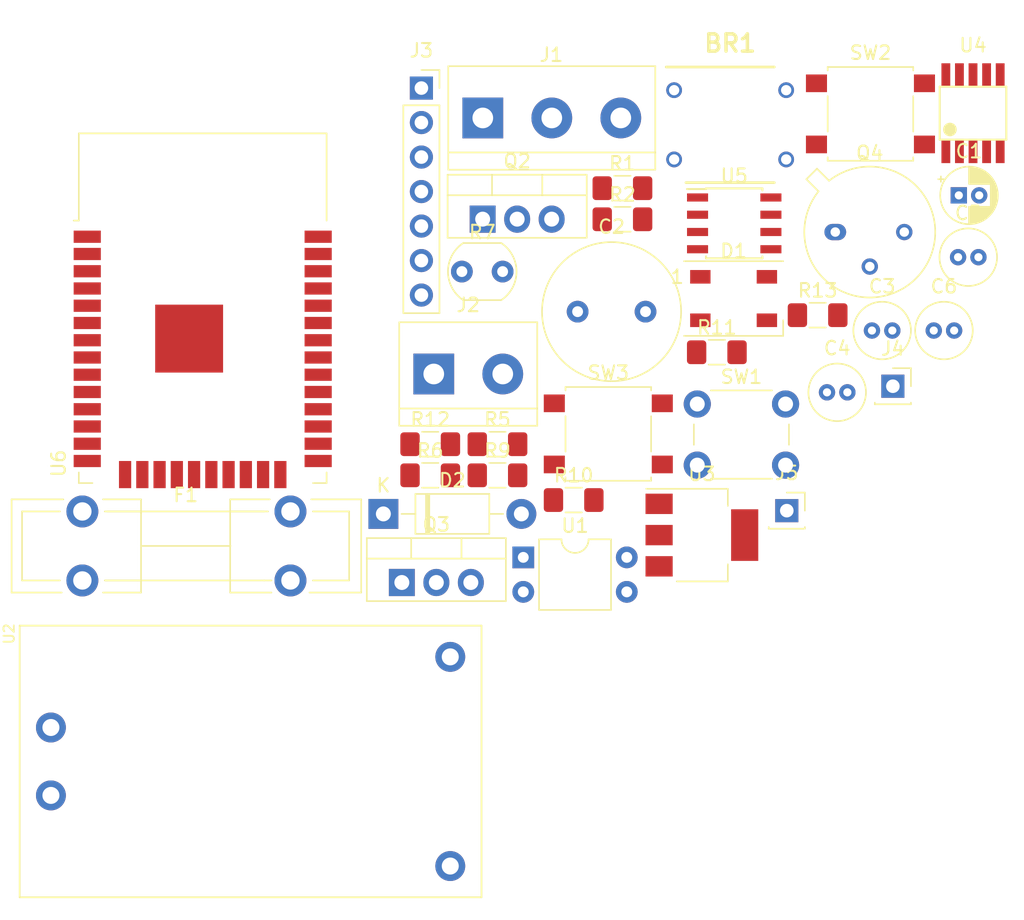
<source format=kicad_pcb>
(kicad_pcb (version 20171130) (host pcbnew 5.0.2+dfsg1-1)

  (general
    (thickness 1.6)
    (drawings 0)
    (tracks 0)
    (zones 0)
    (modules 37)
    (nets 63)
  )

  (page User 129.997 180.01)
  (title_block
    (title "Dimmable Ceiling Light Controller")
    (date 2019-08-02)
    (rev v1.1.0)
    (company slimc)
    (comment 1 "Open Source Project")
    (comment 2 github.com/slimcdk/smart-home-modules)
    (comment 3 "Smart Home Modules")
    (comment 4 "Auther: Christian Skjerning | slimc")
  )

  (layers
    (0 F.Cu signal)
    (31 B.Cu signal)
    (32 B.Adhes user)
    (33 F.Adhes user)
    (34 B.Paste user)
    (35 F.Paste user)
    (36 B.SilkS user)
    (37 F.SilkS user)
    (38 B.Mask user)
    (39 F.Mask user)
    (40 Dwgs.User user)
    (41 Cmts.User user)
    (42 Eco1.User user)
    (43 Eco2.User user)
    (44 Edge.Cuts user)
    (45 Margin user)
    (46 B.CrtYd user)
    (47 F.CrtYd user)
    (48 B.Fab user)
    (49 F.Fab user)
  )

  (setup
    (last_trace_width 0.25)
    (trace_clearance 0.2)
    (zone_clearance 0.508)
    (zone_45_only no)
    (trace_min 0.2)
    (segment_width 0.2)
    (edge_width 0.2)
    (via_size 0.8)
    (via_drill 0.4)
    (via_min_size 0.4)
    (via_min_drill 0.3)
    (uvia_size 0.3)
    (uvia_drill 0.1)
    (uvias_allowed no)
    (uvia_min_size 0.2)
    (uvia_min_drill 0.1)
    (pcb_text_width 0.3)
    (pcb_text_size 1.5 1.5)
    (mod_edge_width 0.15)
    (mod_text_size 1 1)
    (mod_text_width 0.15)
    (pad_size 3 3)
    (pad_drill 1.52)
    (pad_to_mask_clearance 0)
    (solder_mask_min_width 0.25)
    (aux_axis_origin 0 0)
    (visible_elements FFFFFF7F)
    (pcbplotparams
      (layerselection 0x010f0_ffffffff)
      (usegerberextensions false)
      (usegerberattributes false)
      (usegerberadvancedattributes false)
      (creategerberjobfile false)
      (excludeedgelayer true)
      (linewidth 0.100000)
      (plotframeref false)
      (viasonmask false)
      (mode 1)
      (useauxorigin false)
      (hpglpennumber 1)
      (hpglpenspeed 20)
      (hpglpendiameter 15.000000)
      (psnegative false)
      (psa4output false)
      (plotreference true)
      (plotvalue true)
      (plotinvisibletext false)
      (padsonsilk false)
      (subtractmaskfromsilk false)
      (outputformat 5)
      (mirror false)
      (drillshape 0)
      (scaleselection 1)
      (outputdirectory "../../exports/dimmable/"))
  )

  (net 0 "")
  (net 1 /M2_IN)
  (net 2 /M1_IN)
  (net 3 /N_MAIN)
  (net 4 "Net-(F1-Pad2)")
  (net 5 "Net-(R12-Pad1)")
  (net 6 /L_OUT)
  (net 7 "Net-(BR1-Pad1)")
  (net 8 "Net-(R1-Pad1)")
  (net 9 /MAINS_SENSE)
  (net 10 +3V3)
  (net 11 "Net-(D2-Pad1)")
  (net 12 "Net-(Q4-Pad2)")
  (net 13 /LIGHT_SENSE)
  (net 14 GND)
  (net 15 "Net-(Q4-Pad3)")
  (net 16 "Net-(R10-Pad1)")
  (net 17 "Net-(C2-Pad1)")
  (net 18 "Net-(R11-Pad1)")
  (net 19 "Net-(R13-Pad2)")
  (net 20 "Net-(SW2-Pad2)")
  (net 21 /TEMP_SENSE)
  (net 22 "Net-(U6-Pad7)")
  (net 23 "Net-(SW1-Pad1)")
  (net 24 /STATUS_LED)
  (net 25 "Net-(U6-Pad10)")
  (net 26 "Net-(U6-Pad11)")
  (net 27 "Net-(U6-Pad12)")
  (net 28 "Net-(U6-Pad13)")
  (net 29 "Net-(U6-Pad14)")
  (net 30 "Net-(U6-Pad16)")
  (net 31 "Net-(U6-Pad17)")
  (net 32 "Net-(U6-Pad18)")
  (net 33 "Net-(U6-Pad19)")
  (net 34 "Net-(U6-Pad20)")
  (net 35 "Net-(U6-Pad21)")
  (net 36 "Net-(U6-Pad22)")
  (net 37 "Net-(U6-Pad23)")
  (net 38 "Net-(U6-Pad24)")
  (net 39 /ESP_FLASH)
  (net 40 "Net-(U6-Pad26)")
  (net 41 "Net-(U6-Pad27)")
  (net 42 "Net-(U6-Pad28)")
  (net 43 "Net-(U6-Pad29)")
  (net 44 "Net-(U6-Pad30)")
  (net 45 "Net-(U6-Pad31)")
  (net 46 "Net-(U6-Pad32)")
  (net 47 "Net-(U6-Pad33)")
  (net 48 /ESP_RX)
  (net 49 /ESP_TX)
  (net 50 "Net-(U6-Pad36)")
  (net 51 "Net-(U6-Pad37)")
  (net 52 +5V)
  (net 53 "Net-(C3-Pad1)")
  (net 54 "Net-(BR1-Pad2)")
  (net 55 "Net-(D1-Pad2)")
  (net 56 /DIMCN)
  (net 57 /DIM_MODE)
  (net 58 "Net-(U4-Pad10)")
  (net 59 "Net-(U4-Pad9)")
  (net 60 "Net-(U4-Pad8)")
  (net 61 "Net-(U4-Pad7)")
  (net 62 "Net-(U4-Pad6)")

  (net_class Default "This is the default net class."
    (clearance 0.2)
    (trace_width 0.25)
    (via_dia 0.8)
    (via_drill 0.4)
    (uvia_dia 0.3)
    (uvia_drill 0.1)
    (add_net +3V3)
    (add_net +5V)
    (add_net /DIMCN)
    (add_net /DIM_MODE)
    (add_net /ESP_FLASH)
    (add_net /ESP_RX)
    (add_net /ESP_TX)
    (add_net /LIGHT_SENSE)
    (add_net /L_OUT)
    (add_net /M1_IN)
    (add_net /M2_IN)
    (add_net /MAINS_SENSE)
    (add_net /N_MAIN)
    (add_net /STATUS_LED)
    (add_net /TEMP_SENSE)
    (add_net GND)
    (add_net "Net-(BR1-Pad1)")
    (add_net "Net-(BR1-Pad2)")
    (add_net "Net-(C2-Pad1)")
    (add_net "Net-(C3-Pad1)")
    (add_net "Net-(D1-Pad2)")
    (add_net "Net-(D2-Pad1)")
    (add_net "Net-(F1-Pad2)")
    (add_net "Net-(Q4-Pad2)")
    (add_net "Net-(Q4-Pad3)")
    (add_net "Net-(R1-Pad1)")
    (add_net "Net-(R10-Pad1)")
    (add_net "Net-(R11-Pad1)")
    (add_net "Net-(R12-Pad1)")
    (add_net "Net-(R13-Pad2)")
    (add_net "Net-(SW1-Pad1)")
    (add_net "Net-(SW2-Pad2)")
    (add_net "Net-(U4-Pad10)")
    (add_net "Net-(U4-Pad6)")
    (add_net "Net-(U4-Pad7)")
    (add_net "Net-(U4-Pad8)")
    (add_net "Net-(U4-Pad9)")
    (add_net "Net-(U6-Pad10)")
    (add_net "Net-(U6-Pad11)")
    (add_net "Net-(U6-Pad12)")
    (add_net "Net-(U6-Pad13)")
    (add_net "Net-(U6-Pad14)")
    (add_net "Net-(U6-Pad16)")
    (add_net "Net-(U6-Pad17)")
    (add_net "Net-(U6-Pad18)")
    (add_net "Net-(U6-Pad19)")
    (add_net "Net-(U6-Pad20)")
    (add_net "Net-(U6-Pad21)")
    (add_net "Net-(U6-Pad22)")
    (add_net "Net-(U6-Pad23)")
    (add_net "Net-(U6-Pad24)")
    (add_net "Net-(U6-Pad26)")
    (add_net "Net-(U6-Pad27)")
    (add_net "Net-(U6-Pad28)")
    (add_net "Net-(U6-Pad29)")
    (add_net "Net-(U6-Pad30)")
    (add_net "Net-(U6-Pad31)")
    (add_net "Net-(U6-Pad32)")
    (add_net "Net-(U6-Pad33)")
    (add_net "Net-(U6-Pad36)")
    (add_net "Net-(U6-Pad37)")
    (add_net "Net-(U6-Pad7)")
  )

  (module AC_Drivers_slimc:FL51xxMX (layer F.Cu) (tedit 5D4392D3) (tstamp 5D5876E9)
    (at 92.985001 29.475)
    (path /5D445EC1)
    (fp_text reference U4 (at 0 -5) (layer F.SilkS)
      (effects (font (size 1 1) (thickness 0.15)))
    )
    (fp_text value FL51xxMX (at 0 -7) (layer F.Fab)
      (effects (font (size 1 1) (thickness 0.15)))
    )
    (fp_line (start -2.45 -1.95) (end -2.45 1.95) (layer F.SilkS) (width 0.15))
    (fp_line (start -2.45 1.95) (end 2.45 1.95) (layer F.SilkS) (width 0.15))
    (fp_line (start 2.45 -1.95) (end 2.45 1.95) (layer F.SilkS) (width 0.15))
    (fp_line (start -2.45 -1.95) (end 2.45 -1.95) (layer F.SilkS) (width 0.15))
    (fp_circle (center -1.7 1.2) (end -1.45 1.2) (layer F.SilkS) (width 0.5))
    (pad 10 smd rect (at -2 -2.8) (size 0.65 1.75) (layers F.Cu F.Paste F.Mask)
      (net 58 "Net-(U4-Pad10)"))
    (pad 9 smd rect (at -1 -2.8) (size 0.65 1.75) (layers F.Cu F.Paste F.Mask)
      (net 59 "Net-(U4-Pad9)"))
    (pad 8 smd rect (at 0 -2.8) (size 0.65 1.75) (layers F.Cu F.Paste F.Mask)
      (net 60 "Net-(U4-Pad8)"))
    (pad 7 smd rect (at 1 -2.8) (size 0.65 1.75) (layers F.Cu F.Paste F.Mask)
      (net 61 "Net-(U4-Pad7)"))
    (pad 6 smd rect (at 2 -2.8) (size 0.65 1.75) (layers F.Cu F.Paste F.Mask)
      (net 62 "Net-(U4-Pad6)"))
    (pad 5 smd rect (at 2 2.8) (size 0.65 1.75) (layers F.Cu F.Paste F.Mask)
      (net 53 "Net-(C3-Pad1)"))
    (pad 4 smd rect (at 1 2.8) (size 0.65 1.75) (layers F.Cu F.Paste F.Mask)
      (net 12 "Net-(Q4-Pad2)"))
    (pad 3 smd rect (at 0 2.8) (size 0.65 1.75) (layers F.Cu F.Paste F.Mask)
      (net 5 "Net-(R12-Pad1)"))
    (pad 2 smd rect (at -1 2.8) (size 0.65 1.75) (layers F.Cu F.Paste F.Mask)
      (net 18 "Net-(R11-Pad1)"))
    (pad 1 smd rect (at -2 2.8) (size 0.65 1.75) (layers F.Cu F.Paste F.Mask)
      (net 16 "Net-(R10-Pad1)"))
  )

  (module Button_Switch_SMD:SW_SPST_B3S-1000 (layer F.Cu) (tedit 5A02FC95) (tstamp 5D5876D6)
    (at 66.135001 53.085001)
    (descr "Surface Mount Tactile Switch for High-Density Packaging")
    (tags "Tactile Switch")
    (path /5DA7D17C)
    (attr smd)
    (fp_text reference SW3 (at 0 -4.5) (layer F.SilkS)
      (effects (font (size 1 1) (thickness 0.15)))
    )
    (fp_text value SW_Push (at 0 4.5) (layer F.Fab)
      (effects (font (size 1 1) (thickness 0.15)))
    )
    (fp_line (start -3 3.3) (end -3 -3.3) (layer F.Fab) (width 0.1))
    (fp_line (start 3 3.3) (end -3 3.3) (layer F.Fab) (width 0.1))
    (fp_line (start 3 -3.3) (end 3 3.3) (layer F.Fab) (width 0.1))
    (fp_line (start -3 -3.3) (end 3 -3.3) (layer F.Fab) (width 0.1))
    (fp_circle (center 0 0) (end 1.65 0) (layer F.Fab) (width 0.1))
    (fp_line (start 3.15 -1.3) (end 3.15 1.3) (layer F.SilkS) (width 0.12))
    (fp_line (start -3.15 3.45) (end -3.15 3.2) (layer F.SilkS) (width 0.12))
    (fp_line (start 3.15 3.45) (end -3.15 3.45) (layer F.SilkS) (width 0.12))
    (fp_line (start 3.15 3.2) (end 3.15 3.45) (layer F.SilkS) (width 0.12))
    (fp_line (start -3.15 1.3) (end -3.15 -1.3) (layer F.SilkS) (width 0.12))
    (fp_line (start 3.15 -3.45) (end 3.15 -3.2) (layer F.SilkS) (width 0.12))
    (fp_line (start -3.15 -3.45) (end 3.15 -3.45) (layer F.SilkS) (width 0.12))
    (fp_line (start -3.15 -3.2) (end -3.15 -3.45) (layer F.SilkS) (width 0.12))
    (fp_line (start -5 -3.7) (end -5 3.7) (layer F.CrtYd) (width 0.05))
    (fp_line (start 5 -3.7) (end -5 -3.7) (layer F.CrtYd) (width 0.05))
    (fp_line (start 5 3.7) (end 5 -3.7) (layer F.CrtYd) (width 0.05))
    (fp_line (start -5 3.7) (end 5 3.7) (layer F.CrtYd) (width 0.05))
    (fp_text user %R (at 0 -4.5) (layer F.Fab)
      (effects (font (size 1 1) (thickness 0.15)))
    )
    (pad 2 smd rect (at 3.975 2.25) (size 1.55 1.3) (layers F.Cu F.Paste F.Mask)
      (net 14 GND))
    (pad 2 smd rect (at -3.975 2.25) (size 1.55 1.3) (layers F.Cu F.Paste F.Mask)
      (net 14 GND))
    (pad 1 smd rect (at 3.975 -2.25) (size 1.55 1.3) (layers F.Cu F.Paste F.Mask)
      (net 39 /ESP_FLASH))
    (pad 1 smd rect (at -3.975 -2.25) (size 1.55 1.3) (layers F.Cu F.Paste F.Mask)
      (net 39 /ESP_FLASH))
    (model ${KISYS3DMOD}/Button_Switch_SMD.3dshapes/SW_SPST_B3S-1000.wrl
      (at (xyz 0 0 0))
      (scale (xyz 1 1 1))
      (rotate (xyz 0 0 0))
    )
  )

  (module Button_Switch_SMD:SW_SPST_B3S-1000 (layer F.Cu) (tedit 5A02FC95) (tstamp 5D5876BC)
    (at 85.435001 29.525001)
    (descr "Surface Mount Tactile Switch for High-Density Packaging")
    (tags "Tactile Switch")
    (path /5DA7D7F2)
    (attr smd)
    (fp_text reference SW2 (at 0 -4.5) (layer F.SilkS)
      (effects (font (size 1 1) (thickness 0.15)))
    )
    (fp_text value SW_Push (at 0 4.5) (layer F.Fab)
      (effects (font (size 1 1) (thickness 0.15)))
    )
    (fp_text user %R (at 0 -4.5) (layer F.Fab)
      (effects (font (size 1 1) (thickness 0.15)))
    )
    (fp_line (start -5 3.7) (end 5 3.7) (layer F.CrtYd) (width 0.05))
    (fp_line (start 5 3.7) (end 5 -3.7) (layer F.CrtYd) (width 0.05))
    (fp_line (start 5 -3.7) (end -5 -3.7) (layer F.CrtYd) (width 0.05))
    (fp_line (start -5 -3.7) (end -5 3.7) (layer F.CrtYd) (width 0.05))
    (fp_line (start -3.15 -3.2) (end -3.15 -3.45) (layer F.SilkS) (width 0.12))
    (fp_line (start -3.15 -3.45) (end 3.15 -3.45) (layer F.SilkS) (width 0.12))
    (fp_line (start 3.15 -3.45) (end 3.15 -3.2) (layer F.SilkS) (width 0.12))
    (fp_line (start -3.15 1.3) (end -3.15 -1.3) (layer F.SilkS) (width 0.12))
    (fp_line (start 3.15 3.2) (end 3.15 3.45) (layer F.SilkS) (width 0.12))
    (fp_line (start 3.15 3.45) (end -3.15 3.45) (layer F.SilkS) (width 0.12))
    (fp_line (start -3.15 3.45) (end -3.15 3.2) (layer F.SilkS) (width 0.12))
    (fp_line (start 3.15 -1.3) (end 3.15 1.3) (layer F.SilkS) (width 0.12))
    (fp_circle (center 0 0) (end 1.65 0) (layer F.Fab) (width 0.1))
    (fp_line (start -3 -3.3) (end 3 -3.3) (layer F.Fab) (width 0.1))
    (fp_line (start 3 -3.3) (end 3 3.3) (layer F.Fab) (width 0.1))
    (fp_line (start 3 3.3) (end -3 3.3) (layer F.Fab) (width 0.1))
    (fp_line (start -3 3.3) (end -3 -3.3) (layer F.Fab) (width 0.1))
    (pad 1 smd rect (at -3.975 -2.25) (size 1.55 1.3) (layers F.Cu F.Paste F.Mask)
      (net 14 GND))
    (pad 1 smd rect (at 3.975 -2.25) (size 1.55 1.3) (layers F.Cu F.Paste F.Mask)
      (net 14 GND))
    (pad 2 smd rect (at -3.975 2.25) (size 1.55 1.3) (layers F.Cu F.Paste F.Mask)
      (net 20 "Net-(SW2-Pad2)"))
    (pad 2 smd rect (at 3.975 2.25) (size 1.55 1.3) (layers F.Cu F.Paste F.Mask)
      (net 20 "Net-(SW2-Pad2)"))
    (model ${KISYS3DMOD}/Button_Switch_SMD.3dshapes/SW_SPST_B3S-1000.wrl
      (at (xyz 0 0 0))
      (scale (xyz 1 1 1))
      (rotate (xyz 0 0 0))
    )
  )

  (module Button_Switch_THT:SW_PUSH_6mm (layer F.Cu) (tedit 5A02FE31) (tstamp 5D5876A2)
    (at 72.685001 50.885001)
    (descr https://www.omron.com/ecb/products/pdf/en-b3f.pdf)
    (tags "tact sw push 6mm")
    (path /5DBBE658)
    (fp_text reference SW1 (at 3.25 -2) (layer F.SilkS)
      (effects (font (size 1 1) (thickness 0.15)))
    )
    (fp_text value SW_Push (at 3.75 6.7) (layer F.Fab)
      (effects (font (size 1 1) (thickness 0.15)))
    )
    (fp_text user %R (at 3.25 2.25) (layer F.Fab)
      (effects (font (size 1 1) (thickness 0.15)))
    )
    (fp_line (start 3.25 -0.75) (end 6.25 -0.75) (layer F.Fab) (width 0.1))
    (fp_line (start 6.25 -0.75) (end 6.25 5.25) (layer F.Fab) (width 0.1))
    (fp_line (start 6.25 5.25) (end 0.25 5.25) (layer F.Fab) (width 0.1))
    (fp_line (start 0.25 5.25) (end 0.25 -0.75) (layer F.Fab) (width 0.1))
    (fp_line (start 0.25 -0.75) (end 3.25 -0.75) (layer F.Fab) (width 0.1))
    (fp_line (start 7.75 6) (end 8 6) (layer F.CrtYd) (width 0.05))
    (fp_line (start 8 6) (end 8 5.75) (layer F.CrtYd) (width 0.05))
    (fp_line (start 7.75 -1.5) (end 8 -1.5) (layer F.CrtYd) (width 0.05))
    (fp_line (start 8 -1.5) (end 8 -1.25) (layer F.CrtYd) (width 0.05))
    (fp_line (start -1.5 -1.25) (end -1.5 -1.5) (layer F.CrtYd) (width 0.05))
    (fp_line (start -1.5 -1.5) (end -1.25 -1.5) (layer F.CrtYd) (width 0.05))
    (fp_line (start -1.5 5.75) (end -1.5 6) (layer F.CrtYd) (width 0.05))
    (fp_line (start -1.5 6) (end -1.25 6) (layer F.CrtYd) (width 0.05))
    (fp_line (start -1.25 -1.5) (end 7.75 -1.5) (layer F.CrtYd) (width 0.05))
    (fp_line (start -1.5 5.75) (end -1.5 -1.25) (layer F.CrtYd) (width 0.05))
    (fp_line (start 7.75 6) (end -1.25 6) (layer F.CrtYd) (width 0.05))
    (fp_line (start 8 -1.25) (end 8 5.75) (layer F.CrtYd) (width 0.05))
    (fp_line (start 1 5.5) (end 5.5 5.5) (layer F.SilkS) (width 0.12))
    (fp_line (start -0.25 1.5) (end -0.25 3) (layer F.SilkS) (width 0.12))
    (fp_line (start 5.5 -1) (end 1 -1) (layer F.SilkS) (width 0.12))
    (fp_line (start 6.75 3) (end 6.75 1.5) (layer F.SilkS) (width 0.12))
    (fp_circle (center 3.25 2.25) (end 1.25 2.5) (layer F.Fab) (width 0.1))
    (pad 2 thru_hole circle (at 0 4.5 90) (size 2 2) (drill 1.1) (layers *.Cu *.Mask)
      (net 14 GND))
    (pad 1 thru_hole circle (at 0 0 90) (size 2 2) (drill 1.1) (layers *.Cu *.Mask)
      (net 23 "Net-(SW1-Pad1)"))
    (pad 2 thru_hole circle (at 6.5 4.5 90) (size 2 2) (drill 1.1) (layers *.Cu *.Mask)
      (net 14 GND))
    (pad 1 thru_hole circle (at 6.5 0 90) (size 2 2) (drill 1.1) (layers *.Cu *.Mask)
      (net 23 "Net-(SW1-Pad1)"))
    (model ${KISYS3DMOD}/Button_Switch_THT.3dshapes/SW_PUSH_6mm.wrl
      (at (xyz 0 0 0))
      (scale (xyz 1 1 1))
      (rotate (xyz 0 0 0))
    )
  )

  (module Capacitor_THT:CP_Radial_D4.0mm_P1.50mm (layer F.Cu) (tedit 5AE50EF0) (tstamp 5D587683)
    (at 91.939802 35.525001)
    (descr "CP, Radial series, Radial, pin pitch=1.50mm, , diameter=4mm, Electrolytic Capacitor")
    (tags "CP Radial series Radial pin pitch 1.50mm  diameter 4mm Electrolytic Capacitor")
    (path /5CD3CE67)
    (fp_text reference C1 (at 0.75 -3.25) (layer F.SilkS)
      (effects (font (size 1 1) (thickness 0.15)))
    )
    (fp_text value 1µF (at 0.75 3.25) (layer F.Fab)
      (effects (font (size 1 1) (thickness 0.15)))
    )
    (fp_circle (center 0.75 0) (end 2.75 0) (layer F.Fab) (width 0.1))
    (fp_circle (center 0.75 0) (end 2.87 0) (layer F.SilkS) (width 0.12))
    (fp_circle (center 0.75 0) (end 3 0) (layer F.CrtYd) (width 0.05))
    (fp_line (start -0.952554 -0.8675) (end -0.552554 -0.8675) (layer F.Fab) (width 0.1))
    (fp_line (start -0.752554 -1.0675) (end -0.752554 -0.6675) (layer F.Fab) (width 0.1))
    (fp_line (start 0.75 0.84) (end 0.75 2.08) (layer F.SilkS) (width 0.12))
    (fp_line (start 0.75 -2.08) (end 0.75 -0.84) (layer F.SilkS) (width 0.12))
    (fp_line (start 0.79 0.84) (end 0.79 2.08) (layer F.SilkS) (width 0.12))
    (fp_line (start 0.79 -2.08) (end 0.79 -0.84) (layer F.SilkS) (width 0.12))
    (fp_line (start 0.83 0.84) (end 0.83 2.079) (layer F.SilkS) (width 0.12))
    (fp_line (start 0.83 -2.079) (end 0.83 -0.84) (layer F.SilkS) (width 0.12))
    (fp_line (start 0.87 -2.077) (end 0.87 -0.84) (layer F.SilkS) (width 0.12))
    (fp_line (start 0.87 0.84) (end 0.87 2.077) (layer F.SilkS) (width 0.12))
    (fp_line (start 0.91 -2.074) (end 0.91 -0.84) (layer F.SilkS) (width 0.12))
    (fp_line (start 0.91 0.84) (end 0.91 2.074) (layer F.SilkS) (width 0.12))
    (fp_line (start 0.95 -2.071) (end 0.95 -0.84) (layer F.SilkS) (width 0.12))
    (fp_line (start 0.95 0.84) (end 0.95 2.071) (layer F.SilkS) (width 0.12))
    (fp_line (start 0.99 -2.067) (end 0.99 -0.84) (layer F.SilkS) (width 0.12))
    (fp_line (start 0.99 0.84) (end 0.99 2.067) (layer F.SilkS) (width 0.12))
    (fp_line (start 1.03 -2.062) (end 1.03 -0.84) (layer F.SilkS) (width 0.12))
    (fp_line (start 1.03 0.84) (end 1.03 2.062) (layer F.SilkS) (width 0.12))
    (fp_line (start 1.07 -2.056) (end 1.07 -0.84) (layer F.SilkS) (width 0.12))
    (fp_line (start 1.07 0.84) (end 1.07 2.056) (layer F.SilkS) (width 0.12))
    (fp_line (start 1.11 -2.05) (end 1.11 -0.84) (layer F.SilkS) (width 0.12))
    (fp_line (start 1.11 0.84) (end 1.11 2.05) (layer F.SilkS) (width 0.12))
    (fp_line (start 1.15 -2.042) (end 1.15 -0.84) (layer F.SilkS) (width 0.12))
    (fp_line (start 1.15 0.84) (end 1.15 2.042) (layer F.SilkS) (width 0.12))
    (fp_line (start 1.19 -2.034) (end 1.19 -0.84) (layer F.SilkS) (width 0.12))
    (fp_line (start 1.19 0.84) (end 1.19 2.034) (layer F.SilkS) (width 0.12))
    (fp_line (start 1.23 -2.025) (end 1.23 -0.84) (layer F.SilkS) (width 0.12))
    (fp_line (start 1.23 0.84) (end 1.23 2.025) (layer F.SilkS) (width 0.12))
    (fp_line (start 1.27 -2.016) (end 1.27 -0.84) (layer F.SilkS) (width 0.12))
    (fp_line (start 1.27 0.84) (end 1.27 2.016) (layer F.SilkS) (width 0.12))
    (fp_line (start 1.31 -2.005) (end 1.31 -0.84) (layer F.SilkS) (width 0.12))
    (fp_line (start 1.31 0.84) (end 1.31 2.005) (layer F.SilkS) (width 0.12))
    (fp_line (start 1.35 -1.994) (end 1.35 -0.84) (layer F.SilkS) (width 0.12))
    (fp_line (start 1.35 0.84) (end 1.35 1.994) (layer F.SilkS) (width 0.12))
    (fp_line (start 1.39 -1.982) (end 1.39 -0.84) (layer F.SilkS) (width 0.12))
    (fp_line (start 1.39 0.84) (end 1.39 1.982) (layer F.SilkS) (width 0.12))
    (fp_line (start 1.43 -1.968) (end 1.43 -0.84) (layer F.SilkS) (width 0.12))
    (fp_line (start 1.43 0.84) (end 1.43 1.968) (layer F.SilkS) (width 0.12))
    (fp_line (start 1.471 -1.954) (end 1.471 -0.84) (layer F.SilkS) (width 0.12))
    (fp_line (start 1.471 0.84) (end 1.471 1.954) (layer F.SilkS) (width 0.12))
    (fp_line (start 1.511 -1.94) (end 1.511 -0.84) (layer F.SilkS) (width 0.12))
    (fp_line (start 1.511 0.84) (end 1.511 1.94) (layer F.SilkS) (width 0.12))
    (fp_line (start 1.551 -1.924) (end 1.551 -0.84) (layer F.SilkS) (width 0.12))
    (fp_line (start 1.551 0.84) (end 1.551 1.924) (layer F.SilkS) (width 0.12))
    (fp_line (start 1.591 -1.907) (end 1.591 -0.84) (layer F.SilkS) (width 0.12))
    (fp_line (start 1.591 0.84) (end 1.591 1.907) (layer F.SilkS) (width 0.12))
    (fp_line (start 1.631 -1.889) (end 1.631 -0.84) (layer F.SilkS) (width 0.12))
    (fp_line (start 1.631 0.84) (end 1.631 1.889) (layer F.SilkS) (width 0.12))
    (fp_line (start 1.671 -1.87) (end 1.671 -0.84) (layer F.SilkS) (width 0.12))
    (fp_line (start 1.671 0.84) (end 1.671 1.87) (layer F.SilkS) (width 0.12))
    (fp_line (start 1.711 -1.851) (end 1.711 -0.84) (layer F.SilkS) (width 0.12))
    (fp_line (start 1.711 0.84) (end 1.711 1.851) (layer F.SilkS) (width 0.12))
    (fp_line (start 1.751 -1.83) (end 1.751 -0.84) (layer F.SilkS) (width 0.12))
    (fp_line (start 1.751 0.84) (end 1.751 1.83) (layer F.SilkS) (width 0.12))
    (fp_line (start 1.791 -1.808) (end 1.791 -0.84) (layer F.SilkS) (width 0.12))
    (fp_line (start 1.791 0.84) (end 1.791 1.808) (layer F.SilkS) (width 0.12))
    (fp_line (start 1.831 -1.785) (end 1.831 -0.84) (layer F.SilkS) (width 0.12))
    (fp_line (start 1.831 0.84) (end 1.831 1.785) (layer F.SilkS) (width 0.12))
    (fp_line (start 1.871 -1.76) (end 1.871 -0.84) (layer F.SilkS) (width 0.12))
    (fp_line (start 1.871 0.84) (end 1.871 1.76) (layer F.SilkS) (width 0.12))
    (fp_line (start 1.911 -1.735) (end 1.911 -0.84) (layer F.SilkS) (width 0.12))
    (fp_line (start 1.911 0.84) (end 1.911 1.735) (layer F.SilkS) (width 0.12))
    (fp_line (start 1.951 -1.708) (end 1.951 -0.84) (layer F.SilkS) (width 0.12))
    (fp_line (start 1.951 0.84) (end 1.951 1.708) (layer F.SilkS) (width 0.12))
    (fp_line (start 1.991 -1.68) (end 1.991 -0.84) (layer F.SilkS) (width 0.12))
    (fp_line (start 1.991 0.84) (end 1.991 1.68) (layer F.SilkS) (width 0.12))
    (fp_line (start 2.031 -1.65) (end 2.031 -0.84) (layer F.SilkS) (width 0.12))
    (fp_line (start 2.031 0.84) (end 2.031 1.65) (layer F.SilkS) (width 0.12))
    (fp_line (start 2.071 -1.619) (end 2.071 -0.84) (layer F.SilkS) (width 0.12))
    (fp_line (start 2.071 0.84) (end 2.071 1.619) (layer F.SilkS) (width 0.12))
    (fp_line (start 2.111 -1.587) (end 2.111 -0.84) (layer F.SilkS) (width 0.12))
    (fp_line (start 2.111 0.84) (end 2.111 1.587) (layer F.SilkS) (width 0.12))
    (fp_line (start 2.151 -1.552) (end 2.151 -0.84) (layer F.SilkS) (width 0.12))
    (fp_line (start 2.151 0.84) (end 2.151 1.552) (layer F.SilkS) (width 0.12))
    (fp_line (start 2.191 -1.516) (end 2.191 -0.84) (layer F.SilkS) (width 0.12))
    (fp_line (start 2.191 0.84) (end 2.191 1.516) (layer F.SilkS) (width 0.12))
    (fp_line (start 2.231 -1.478) (end 2.231 -0.84) (layer F.SilkS) (width 0.12))
    (fp_line (start 2.231 0.84) (end 2.231 1.478) (layer F.SilkS) (width 0.12))
    (fp_line (start 2.271 -1.438) (end 2.271 -0.84) (layer F.SilkS) (width 0.12))
    (fp_line (start 2.271 0.84) (end 2.271 1.438) (layer F.SilkS) (width 0.12))
    (fp_line (start 2.311 -1.396) (end 2.311 -0.84) (layer F.SilkS) (width 0.12))
    (fp_line (start 2.311 0.84) (end 2.311 1.396) (layer F.SilkS) (width 0.12))
    (fp_line (start 2.351 -1.351) (end 2.351 1.351) (layer F.SilkS) (width 0.12))
    (fp_line (start 2.391 -1.304) (end 2.391 1.304) (layer F.SilkS) (width 0.12))
    (fp_line (start 2.431 -1.254) (end 2.431 1.254) (layer F.SilkS) (width 0.12))
    (fp_line (start 2.471 -1.2) (end 2.471 1.2) (layer F.SilkS) (width 0.12))
    (fp_line (start 2.511 -1.142) (end 2.511 1.142) (layer F.SilkS) (width 0.12))
    (fp_line (start 2.551 -1.08) (end 2.551 1.08) (layer F.SilkS) (width 0.12))
    (fp_line (start 2.591 -1.013) (end 2.591 1.013) (layer F.SilkS) (width 0.12))
    (fp_line (start 2.631 -0.94) (end 2.631 0.94) (layer F.SilkS) (width 0.12))
    (fp_line (start 2.671 -0.859) (end 2.671 0.859) (layer F.SilkS) (width 0.12))
    (fp_line (start 2.711 -0.768) (end 2.711 0.768) (layer F.SilkS) (width 0.12))
    (fp_line (start 2.751 -0.664) (end 2.751 0.664) (layer F.SilkS) (width 0.12))
    (fp_line (start 2.791 -0.537) (end 2.791 0.537) (layer F.SilkS) (width 0.12))
    (fp_line (start 2.831 -0.37) (end 2.831 0.37) (layer F.SilkS) (width 0.12))
    (fp_line (start -1.519801 -1.195) (end -1.119801 -1.195) (layer F.SilkS) (width 0.12))
    (fp_line (start -1.319801 -1.395) (end -1.319801 -0.995) (layer F.SilkS) (width 0.12))
    (fp_text user %R (at 0.75 0) (layer F.Fab)
      (effects (font (size 0.8 0.8) (thickness 0.12)))
    )
    (pad 1 thru_hole rect (at 0 0) (size 1.2 1.2) (drill 0.6) (layers *.Cu *.Mask)
      (net 9 /MAINS_SENSE))
    (pad 2 thru_hole circle (at 1.5 0) (size 1.2 1.2) (drill 0.6) (layers *.Cu *.Mask)
      (net 14 GND))
    (model ${KISYS3DMOD}/Capacitor_THT.3dshapes/CP_Radial_D4.0mm_P1.50mm.wrl
      (at (xyz 0 0 0))
      (scale (xyz 1 1 1))
      (rotate (xyz 0 0 0))
    )
  )

  (module Capacitor_THT:C_Radial_D10.0mm_H12.5mm_P5.00mm (layer F.Cu) (tedit 5BC5C9BA) (tstamp 5D587618)
    (at 63.875001 44.085001)
    (descr "C, Radial series, Radial, pin pitch=5.00mm, diameter=10mm, height=12.5mm, Non-Polar Electrolytic Capacitor")
    (tags "C Radial series Radial pin pitch 5.00mm diameter 10mm height 12.5mm Non-Polar Electrolytic Capacitor")
    (path /5D375CC4)
    (fp_text reference C2 (at 2.5 -6.25) (layer F.SilkS)
      (effects (font (size 1 1) (thickness 0.15)))
    )
    (fp_text value 22nF (at 2.5 6.25) (layer F.Fab)
      (effects (font (size 1 1) (thickness 0.15)))
    )
    (fp_circle (center 2.5 0) (end 7.5 0) (layer F.Fab) (width 0.1))
    (fp_circle (center 2.5 0) (end 7.62 0) (layer F.SilkS) (width 0.12))
    (fp_circle (center 2.5 0) (end 7.75 0) (layer F.CrtYd) (width 0.05))
    (fp_text user %R (at 2.5 0) (layer F.Fab)
      (effects (font (size 1 1) (thickness 0.15)))
    )
    (pad 1 thru_hole circle (at 0 0) (size 1.6 1.6) (drill 0.8) (layers *.Cu *.Mask)
      (net 17 "Net-(C2-Pad1)"))
    (pad 2 thru_hole circle (at 5 0) (size 1.6 1.6) (drill 0.8) (layers *.Cu *.Mask)
      (net 14 GND))
    (model ${KISYS3DMOD}/Capacitor_THT.3dshapes/C_Radial_D10.0mm_H12.5mm_P5.00mm.wrl
      (at (xyz 0 0 0))
      (scale (xyz 1 1 1))
      (rotate (xyz 0 0 0))
    )
  )

  (module Capacitor_THT:C_Radial_D4.0mm_H5.0mm_P1.50mm (layer F.Cu) (tedit 5BC5C9B9) (tstamp 5D58760E)
    (at 85.545001 45.475001)
    (descr "C, Radial series, Radial, pin pitch=1.50mm, diameter=4mm, height=5mm, Non-Polar Electrolytic Capacitor")
    (tags "C Radial series Radial pin pitch 1.50mm diameter 4mm height 5mm Non-Polar Electrolytic Capacitor")
    (path /5D3B2F77)
    (fp_text reference C3 (at 0.75 -3.25) (layer F.SilkS)
      (effects (font (size 1 1) (thickness 0.15)))
    )
    (fp_text value 22nF (at 0.75 3.25) (layer F.Fab)
      (effects (font (size 1 1) (thickness 0.15)))
    )
    (fp_text user %R (at 0.75 0) (layer F.Fab)
      (effects (font (size 0.8 0.8) (thickness 0.12)))
    )
    (fp_circle (center 0.75 0) (end 3 0) (layer F.CrtYd) (width 0.05))
    (fp_circle (center 0.75 0) (end 2.87 0) (layer F.SilkS) (width 0.12))
    (fp_circle (center 0.75 0) (end 2.75 0) (layer F.Fab) (width 0.1))
    (pad 2 thru_hole circle (at 1.5 0) (size 1.2 1.2) (drill 0.6) (layers *.Cu *.Mask)
      (net 14 GND))
    (pad 1 thru_hole circle (at 0 0) (size 1.2 1.2) (drill 0.6) (layers *.Cu *.Mask)
      (net 53 "Net-(C3-Pad1)"))
    (model ${KISYS3DMOD}/Capacitor_THT.3dshapes/C_Radial_D4.0mm_H5.0mm_P1.50mm.wrl
      (at (xyz 0 0 0))
      (scale (xyz 1 1 1))
      (rotate (xyz 0 0 0))
    )
  )

  (module Capacitor_THT:C_Radial_D4.0mm_H5.0mm_P1.50mm (layer F.Cu) (tedit 5BC5C9B9) (tstamp 5D587604)
    (at 91.885001 40.075001)
    (descr "C, Radial series, Radial, pin pitch=1.50mm, diameter=4mm, height=5mm, Non-Polar Electrolytic Capacitor")
    (tags "C Radial series Radial pin pitch 1.50mm diameter 4mm height 5mm Non-Polar Electrolytic Capacitor")
    (path /5D740109)
    (fp_text reference C5 (at 0.75 -3.25) (layer F.SilkS)
      (effects (font (size 1 1) (thickness 0.15)))
    )
    (fp_text value 0.1µF (at 0.75 3.25) (layer F.Fab)
      (effects (font (size 1 1) (thickness 0.15)))
    )
    (fp_circle (center 0.75 0) (end 2.75 0) (layer F.Fab) (width 0.1))
    (fp_circle (center 0.75 0) (end 2.87 0) (layer F.SilkS) (width 0.12))
    (fp_circle (center 0.75 0) (end 3 0) (layer F.CrtYd) (width 0.05))
    (fp_text user %R (at 0.75 0) (layer F.Fab)
      (effects (font (size 0.8 0.8) (thickness 0.12)))
    )
    (pad 1 thru_hole circle (at 0 0) (size 1.2 1.2) (drill 0.6) (layers *.Cu *.Mask)
      (net 10 +3V3))
    (pad 2 thru_hole circle (at 1.5 0) (size 1.2 1.2) (drill 0.6) (layers *.Cu *.Mask)
      (net 14 GND))
    (model ${KISYS3DMOD}/Capacitor_THT.3dshapes/C_Radial_D4.0mm_H5.0mm_P1.50mm.wrl
      (at (xyz 0 0 0))
      (scale (xyz 1 1 1))
      (rotate (xyz 0 0 0))
    )
  )

  (module Capacitor_THT:C_Radial_D4.0mm_H5.0mm_P1.50mm (layer F.Cu) (tedit 5BC5C9B9) (tstamp 5D5875FA)
    (at 90.095001 45.475001)
    (descr "C, Radial series, Radial, pin pitch=1.50mm, diameter=4mm, height=5mm, Non-Polar Electrolytic Capacitor")
    (tags "C Radial series Radial pin pitch 1.50mm diameter 4mm height 5mm Non-Polar Electrolytic Capacitor")
    (path /5D81071E)
    (fp_text reference C6 (at 0.75 -3.25) (layer F.SilkS)
      (effects (font (size 1 1) (thickness 0.15)))
    )
    (fp_text value 0.1µF (at 0.75 3.25) (layer F.Fab)
      (effects (font (size 1 1) (thickness 0.15)))
    )
    (fp_text user %R (at 0.75 0) (layer F.Fab)
      (effects (font (size 0.8 0.8) (thickness 0.12)))
    )
    (fp_circle (center 0.75 0) (end 3 0) (layer F.CrtYd) (width 0.05))
    (fp_circle (center 0.75 0) (end 2.87 0) (layer F.SilkS) (width 0.12))
    (fp_circle (center 0.75 0) (end 2.75 0) (layer F.Fab) (width 0.1))
    (pad 2 thru_hole circle (at 1.5 0) (size 1.2 1.2) (drill 0.6) (layers *.Cu *.Mask)
      (net 14 GND))
    (pad 1 thru_hole circle (at 0 0) (size 1.2 1.2) (drill 0.6) (layers *.Cu *.Mask)
      (net 10 +3V3))
    (model ${KISYS3DMOD}/Capacitor_THT.3dshapes/C_Radial_D4.0mm_H5.0mm_P1.50mm.wrl
      (at (xyz 0 0 0))
      (scale (xyz 1 1 1))
      (rotate (xyz 0 0 0))
    )
  )

  (module Capacitor_THT:C_Radial_D4.0mm_H5.0mm_P1.50mm (layer F.Cu) (tedit 5BC5C9B9) (tstamp 5D5875F0)
    (at 82.235001 50.025001)
    (descr "C, Radial series, Radial, pin pitch=1.50mm, diameter=4mm, height=5mm, Non-Polar Electrolytic Capacitor")
    (tags "C Radial series Radial pin pitch 1.50mm diameter 4mm height 5mm Non-Polar Electrolytic Capacitor")
    (path /5D47292B)
    (fp_text reference C4 (at 0.75 -3.25) (layer F.SilkS)
      (effects (font (size 1 1) (thickness 0.15)))
    )
    (fp_text value 100nF (at 0.75 3.25) (layer F.Fab)
      (effects (font (size 1 1) (thickness 0.15)))
    )
    (fp_circle (center 0.75 0) (end 2.75 0) (layer F.Fab) (width 0.1))
    (fp_circle (center 0.75 0) (end 2.87 0) (layer F.SilkS) (width 0.12))
    (fp_circle (center 0.75 0) (end 3 0) (layer F.CrtYd) (width 0.05))
    (fp_text user %R (at 0.75 0) (layer F.Fab)
      (effects (font (size 0.8 0.8) (thickness 0.12)))
    )
    (pad 1 thru_hole circle (at 0 0) (size 1.2 1.2) (drill 0.6) (layers *.Cu *.Mask)
      (net 14 GND))
    (pad 2 thru_hole circle (at 1.5 0) (size 1.2 1.2) (drill 0.6) (layers *.Cu *.Mask)
      (net 52 +5V))
    (model ${KISYS3DMOD}/Capacitor_THT.3dshapes/C_Radial_D4.0mm_H5.0mm_P1.50mm.wrl
      (at (xyz 0 0 0))
      (scale (xyz 1 1 1))
      (rotate (xyz 0 0 0))
    )
  )

  (module Connector_PinSocket_2.54mm:PinSocket_1x01_P2.54mm_Vertical (layer F.Cu) (tedit 5A19A434) (tstamp 5D5875E6)
    (at 79.275001 58.735001)
    (descr "Through hole straight socket strip, 1x01, 2.54mm pitch, single row (from Kicad 4.0.7), script generated")
    (tags "Through hole socket strip THT 1x01 2.54mm single row")
    (path /5DC18BC0)
    (fp_text reference J5 (at 0 -2.77) (layer F.SilkS)
      (effects (font (size 1 1) (thickness 0.15)))
    )
    (fp_text value Conn_01x01 (at 0 2.77) (layer F.Fab)
      (effects (font (size 1 1) (thickness 0.15)))
    )
    (fp_text user %R (at 0 0) (layer F.Fab)
      (effects (font (size 1 1) (thickness 0.15)))
    )
    (fp_line (start -1.8 1.75) (end -1.8 -1.8) (layer F.CrtYd) (width 0.05))
    (fp_line (start 1.75 1.75) (end -1.8 1.75) (layer F.CrtYd) (width 0.05))
    (fp_line (start 1.75 -1.8) (end 1.75 1.75) (layer F.CrtYd) (width 0.05))
    (fp_line (start -1.8 -1.8) (end 1.75 -1.8) (layer F.CrtYd) (width 0.05))
    (fp_line (start 0 -1.33) (end 1.33 -1.33) (layer F.SilkS) (width 0.12))
    (fp_line (start 1.33 -1.33) (end 1.33 0) (layer F.SilkS) (width 0.12))
    (fp_line (start 1.33 1.21) (end 1.33 1.33) (layer F.SilkS) (width 0.12))
    (fp_line (start -1.33 1.21) (end -1.33 1.33) (layer F.SilkS) (width 0.12))
    (fp_line (start -1.33 1.33) (end 1.33 1.33) (layer F.SilkS) (width 0.12))
    (fp_line (start -1.27 1.27) (end -1.27 -1.27) (layer F.Fab) (width 0.1))
    (fp_line (start 1.27 1.27) (end -1.27 1.27) (layer F.Fab) (width 0.1))
    (fp_line (start 1.27 -0.635) (end 1.27 1.27) (layer F.Fab) (width 0.1))
    (fp_line (start 0.635 -1.27) (end 1.27 -0.635) (layer F.Fab) (width 0.1))
    (fp_line (start -1.27 -1.27) (end 0.635 -1.27) (layer F.Fab) (width 0.1))
    (pad 1 thru_hole rect (at 0 0) (size 1.7 1.7) (drill 1) (layers *.Cu *.Mask)
      (net 57 /DIM_MODE))
    (model ${KISYS3DMOD}/Connector_PinSocket_2.54mm.3dshapes/PinSocket_1x01_P2.54mm_Vertical.wrl
      (at (xyz 0 0 0))
      (scale (xyz 1 1 1))
      (rotate (xyz 0 0 0))
    )
  )

  (module Connector_PinSocket_2.54mm:PinSocket_1x01_P2.54mm_Vertical (layer F.Cu) (tedit 5A19A434) (tstamp 5D5875D2)
    (at 87.085001 49.575001)
    (descr "Through hole straight socket strip, 1x01, 2.54mm pitch, single row (from Kicad 4.0.7), script generated")
    (tags "Through hole socket strip THT 1x01 2.54mm single row")
    (path /5DBFC2AC)
    (fp_text reference J4 (at 0 -2.77) (layer F.SilkS)
      (effects (font (size 1 1) (thickness 0.15)))
    )
    (fp_text value Conn_01x01 (at 0 2.77) (layer F.Fab)
      (effects (font (size 1 1) (thickness 0.15)))
    )
    (fp_line (start -1.27 -1.27) (end 0.635 -1.27) (layer F.Fab) (width 0.1))
    (fp_line (start 0.635 -1.27) (end 1.27 -0.635) (layer F.Fab) (width 0.1))
    (fp_line (start 1.27 -0.635) (end 1.27 1.27) (layer F.Fab) (width 0.1))
    (fp_line (start 1.27 1.27) (end -1.27 1.27) (layer F.Fab) (width 0.1))
    (fp_line (start -1.27 1.27) (end -1.27 -1.27) (layer F.Fab) (width 0.1))
    (fp_line (start -1.33 1.33) (end 1.33 1.33) (layer F.SilkS) (width 0.12))
    (fp_line (start -1.33 1.21) (end -1.33 1.33) (layer F.SilkS) (width 0.12))
    (fp_line (start 1.33 1.21) (end 1.33 1.33) (layer F.SilkS) (width 0.12))
    (fp_line (start 1.33 -1.33) (end 1.33 0) (layer F.SilkS) (width 0.12))
    (fp_line (start 0 -1.33) (end 1.33 -1.33) (layer F.SilkS) (width 0.12))
    (fp_line (start -1.8 -1.8) (end 1.75 -1.8) (layer F.CrtYd) (width 0.05))
    (fp_line (start 1.75 -1.8) (end 1.75 1.75) (layer F.CrtYd) (width 0.05))
    (fp_line (start 1.75 1.75) (end -1.8 1.75) (layer F.CrtYd) (width 0.05))
    (fp_line (start -1.8 1.75) (end -1.8 -1.8) (layer F.CrtYd) (width 0.05))
    (fp_text user %R (at 0 0) (layer F.Fab)
      (effects (font (size 1 1) (thickness 0.15)))
    )
    (pad 1 thru_hole rect (at 0 0) (size 1.7 1.7) (drill 1) (layers *.Cu *.Mask)
      (net 56 /DIMCN))
    (model ${KISYS3DMOD}/Connector_PinSocket_2.54mm.3dshapes/PinSocket_1x01_P2.54mm_Vertical.wrl
      (at (xyz 0 0 0))
      (scale (xyz 1 1 1))
      (rotate (xyz 0 0 0))
    )
  )

  (module Connector_PinSocket_2.54mm:PinSocket_1x07_P2.54mm_Vertical (layer F.Cu) (tedit 5A19A433) (tstamp 5D5875BE)
    (at 52.375001 27.625001)
    (descr "Through hole straight socket strip, 1x07, 2.54mm pitch, single row (from Kicad 4.0.7), script generated")
    (tags "Through hole socket strip THT 1x07 2.54mm single row")
    (path /5DAD677B)
    (fp_text reference J3 (at 0 -2.77) (layer F.SilkS)
      (effects (font (size 1 1) (thickness 0.15)))
    )
    (fp_text value Conn_01x07 (at 0 18.01) (layer F.Fab)
      (effects (font (size 1 1) (thickness 0.15)))
    )
    (fp_line (start -1.27 -1.27) (end 0.635 -1.27) (layer F.Fab) (width 0.1))
    (fp_line (start 0.635 -1.27) (end 1.27 -0.635) (layer F.Fab) (width 0.1))
    (fp_line (start 1.27 -0.635) (end 1.27 16.51) (layer F.Fab) (width 0.1))
    (fp_line (start 1.27 16.51) (end -1.27 16.51) (layer F.Fab) (width 0.1))
    (fp_line (start -1.27 16.51) (end -1.27 -1.27) (layer F.Fab) (width 0.1))
    (fp_line (start -1.33 1.27) (end 1.33 1.27) (layer F.SilkS) (width 0.12))
    (fp_line (start -1.33 1.27) (end -1.33 16.57) (layer F.SilkS) (width 0.12))
    (fp_line (start -1.33 16.57) (end 1.33 16.57) (layer F.SilkS) (width 0.12))
    (fp_line (start 1.33 1.27) (end 1.33 16.57) (layer F.SilkS) (width 0.12))
    (fp_line (start 1.33 -1.33) (end 1.33 0) (layer F.SilkS) (width 0.12))
    (fp_line (start 0 -1.33) (end 1.33 -1.33) (layer F.SilkS) (width 0.12))
    (fp_line (start -1.8 -1.8) (end 1.75 -1.8) (layer F.CrtYd) (width 0.05))
    (fp_line (start 1.75 -1.8) (end 1.75 17) (layer F.CrtYd) (width 0.05))
    (fp_line (start 1.75 17) (end -1.8 17) (layer F.CrtYd) (width 0.05))
    (fp_line (start -1.8 17) (end -1.8 -1.8) (layer F.CrtYd) (width 0.05))
    (fp_text user %R (at 0 7.62 90) (layer F.Fab)
      (effects (font (size 1 1) (thickness 0.15)))
    )
    (pad 1 thru_hole rect (at 0 0) (size 1.7 1.7) (drill 1) (layers *.Cu *.Mask)
      (net 52 +5V))
    (pad 2 thru_hole oval (at 0 2.54) (size 1.7 1.7) (drill 1) (layers *.Cu *.Mask)
      (net 14 GND))
    (pad 3 thru_hole oval (at 0 5.08) (size 1.7 1.7) (drill 1) (layers *.Cu *.Mask)
      (net 49 /ESP_TX))
    (pad 4 thru_hole oval (at 0 7.62) (size 1.7 1.7) (drill 1) (layers *.Cu *.Mask)
      (net 48 /ESP_RX))
    (pad 5 thru_hole oval (at 0 10.16) (size 1.7 1.7) (drill 1) (layers *.Cu *.Mask)
      (net 39 /ESP_FLASH))
    (pad 6 thru_hole oval (at 0 12.7) (size 1.7 1.7) (drill 1) (layers *.Cu *.Mask)
      (net 10 +3V3))
    (pad 7 thru_hole oval (at 0 15.24) (size 1.7 1.7) (drill 1) (layers *.Cu *.Mask)
      (net 14 GND))
    (model ${KISYS3DMOD}/Connector_PinSocket_2.54mm.3dshapes/PinSocket_1x07_P2.54mm_Vertical.wrl
      (at (xyz 0 0 0))
      (scale (xyz 1 1 1))
      (rotate (xyz 0 0 0))
    )
  )

  (module Diode_THT:D_DO-41_SOD81_P10.16mm_Horizontal (layer F.Cu) (tedit 5AE50CD5) (tstamp 5D5875A3)
    (at 49.575001 58.975001)
    (descr "Diode, DO-41_SOD81 series, Axial, Horizontal, pin pitch=10.16mm, , length*diameter=5.2*2.7mm^2, , http://www.diodes.com/_files/packages/DO-41%20(Plastic).pdf")
    (tags "Diode DO-41_SOD81 series Axial Horizontal pin pitch 10.16mm  length 5.2mm diameter 2.7mm")
    (path /5D3C0D31)
    (fp_text reference D2 (at 5.08 -2.47) (layer F.SilkS)
      (effects (font (size 1 1) (thickness 0.15)))
    )
    (fp_text value 1N4007 (at 5.08 2.47) (layer F.Fab)
      (effects (font (size 1 1) (thickness 0.15)))
    )
    (fp_line (start 2.48 -1.35) (end 2.48 1.35) (layer F.Fab) (width 0.1))
    (fp_line (start 2.48 1.35) (end 7.68 1.35) (layer F.Fab) (width 0.1))
    (fp_line (start 7.68 1.35) (end 7.68 -1.35) (layer F.Fab) (width 0.1))
    (fp_line (start 7.68 -1.35) (end 2.48 -1.35) (layer F.Fab) (width 0.1))
    (fp_line (start 0 0) (end 2.48 0) (layer F.Fab) (width 0.1))
    (fp_line (start 10.16 0) (end 7.68 0) (layer F.Fab) (width 0.1))
    (fp_line (start 3.26 -1.35) (end 3.26 1.35) (layer F.Fab) (width 0.1))
    (fp_line (start 3.36 -1.35) (end 3.36 1.35) (layer F.Fab) (width 0.1))
    (fp_line (start 3.16 -1.35) (end 3.16 1.35) (layer F.Fab) (width 0.1))
    (fp_line (start 2.36 -1.47) (end 2.36 1.47) (layer F.SilkS) (width 0.12))
    (fp_line (start 2.36 1.47) (end 7.8 1.47) (layer F.SilkS) (width 0.12))
    (fp_line (start 7.8 1.47) (end 7.8 -1.47) (layer F.SilkS) (width 0.12))
    (fp_line (start 7.8 -1.47) (end 2.36 -1.47) (layer F.SilkS) (width 0.12))
    (fp_line (start 1.34 0) (end 2.36 0) (layer F.SilkS) (width 0.12))
    (fp_line (start 8.82 0) (end 7.8 0) (layer F.SilkS) (width 0.12))
    (fp_line (start 3.26 -1.47) (end 3.26 1.47) (layer F.SilkS) (width 0.12))
    (fp_line (start 3.38 -1.47) (end 3.38 1.47) (layer F.SilkS) (width 0.12))
    (fp_line (start 3.14 -1.47) (end 3.14 1.47) (layer F.SilkS) (width 0.12))
    (fp_line (start -1.35 -1.6) (end -1.35 1.6) (layer F.CrtYd) (width 0.05))
    (fp_line (start -1.35 1.6) (end 11.51 1.6) (layer F.CrtYd) (width 0.05))
    (fp_line (start 11.51 1.6) (end 11.51 -1.6) (layer F.CrtYd) (width 0.05))
    (fp_line (start 11.51 -1.6) (end -1.35 -1.6) (layer F.CrtYd) (width 0.05))
    (fp_text user %R (at 5.47 0) (layer F.Fab)
      (effects (font (size 1 1) (thickness 0.15)))
    )
    (fp_text user K (at 0 -2.1) (layer F.Fab)
      (effects (font (size 1 1) (thickness 0.15)))
    )
    (fp_text user K (at 0 -2.1) (layer F.SilkS)
      (effects (font (size 1 1) (thickness 0.15)))
    )
    (pad 1 thru_hole rect (at 0 0) (size 2.2 2.2) (drill 1.1) (layers *.Cu *.Mask)
      (net 11 "Net-(D2-Pad1)"))
    (pad 2 thru_hole oval (at 10.16 0) (size 2.2 2.2) (drill 1.1) (layers *.Cu *.Mask)
      (net 3 /N_MAIN))
    (model ${KISYS3DMOD}/Diode_THT.3dshapes/D_DO-41_SOD81_P10.16mm_Horizontal.wrl
      (at (xyz 0 0 0))
      (scale (xyz 1 1 1))
      (rotate (xyz 0 0 0))
    )
  )

  (module Diode_THT_slimc:DB107-BP (layer F.Cu) (tedit 5D439472) (tstamp 5D587584)
    (at 75.105001 30.330001)
    (descr DB-1)
    (tags "Bridge Rectifier")
    (path /5D4584FE)
    (fp_text reference BR1 (at 0 -6) (layer F.SilkS)
      (effects (font (size 1.27 1.27) (thickness 0.254)))
    )
    (fp_text value DB107-BP (at 0 7) (layer F.SilkS) hide
      (effects (font (size 1.27 1.27) (thickness 0.254)))
    )
    (fp_line (start -3.25 4.255) (end 3.25 4.255) (layer F.SilkS) (width 0.2))
    (fp_line (start -4.705 -4.255) (end 3.25 -4.255) (layer F.SilkS) (width 0.2))
    (fp_line (start -3.25 -1.705) (end -0.7 -4.255) (layer F.Fab) (width 0.1))
    (fp_line (start -3.25 4.255) (end -3.25 -4.255) (layer F.Fab) (width 0.1))
    (fp_line (start 3.25 4.255) (end -3.25 4.255) (layer F.Fab) (width 0.1))
    (fp_line (start 3.25 -4.255) (end 3.25 4.255) (layer F.Fab) (width 0.1))
    (fp_line (start -3.25 -4.255) (end 3.25 -4.255) (layer F.Fab) (width 0.1))
    (fp_line (start -5.28 4.505) (end -5.28 -4.505) (layer F.CrtYd) (width 0.05))
    (fp_line (start 5.28 4.505) (end -5.28 4.505) (layer F.CrtYd) (width 0.05))
    (fp_line (start 5.28 -4.505) (end 5.28 4.505) (layer F.CrtYd) (width 0.05))
    (fp_line (start -5.28 -4.505) (end 5.28 -4.505) (layer F.CrtYd) (width 0.05))
    (fp_text user %R (at 0 -8) (layer F.Fab)
      (effects (font (size 1.27 1.27) (thickness 0.254)))
    )
    (pad 4 thru_hole circle (at 4.125 -2.55) (size 1.16 1.16) (drill 0.76) (layers *.Cu *.Mask)
      (net 2 /M1_IN))
    (pad 3 thru_hole circle (at 4.125 2.55) (size 1.16 1.16) (drill 0.76) (layers *.Cu *.Mask)
      (net 3 /N_MAIN))
    (pad 2 thru_hole circle (at -4.125 2.55) (size 1.16 1.16) (drill 0.76) (layers *.Cu *.Mask)
      (net 54 "Net-(BR1-Pad2)"))
    (pad 1 thru_hole circle (at -4.125 -2.55) (size 1.16 1.16) (drill 0.76) (layers *.Cu *.Mask)
      (net 7 "Net-(BR1-Pad1)"))
    (model DB107-BP.stp
      (at (xyz 0 0 0))
      (scale (xyz 1 1 1))
      (rotate (xyz 0 0 0))
    )
  )

  (module Fuse_Holders_and_Fuses:Fuseholder5x20_horiz_open_lateral_Type-II (layer F.Cu) (tedit 5880C40E) (tstamp 5D587570)
    (at 27.415001 58.795001)
    (descr "Fuseholder, 5x20, open, horizontal, Type-II, lateral,")
    (tags "Fuseholder 5x20 open horizontal Type-II lateral Sicherungshalter offen ")
    (path /5D03534A)
    (fp_text reference F1 (at 7.61 -1.21) (layer F.SilkS)
      (effects (font (size 1 1) (thickness 0.15)))
    )
    (fp_text value Fuse (at 7.56 7.44) (layer F.Fab)
      (effects (font (size 1 1) (thickness 0.15)))
    )
    (fp_line (start 0.01 2.54) (end 15.36 2.54) (layer F.Fab) (width 0.1))
    (fp_line (start -4.44 -0.01) (end 19.66 -0.01) (layer F.Fab) (width 0.1))
    (fp_line (start 19.66 -0.01) (end 19.66 5.09) (layer F.Fab) (width 0.1))
    (fp_line (start 19.66 5.09) (end -4.44 5.09) (layer F.Fab) (width 0.1))
    (fp_line (start -4.44 5.09) (end -4.44 0.04) (layer F.Fab) (width 0.1))
    (fp_line (start 10.96 -0.81) (end 10.96 5.89) (layer F.Fab) (width 0.1))
    (fp_line (start 10.96 5.89) (end 20.51 5.89) (layer F.Fab) (width 0.1))
    (fp_line (start 20.51 5.89) (end 20.51 -0.76) (layer F.Fab) (width 0.1))
    (fp_line (start 20.51 -0.76) (end 10.96 -0.81) (layer F.Fab) (width 0.1))
    (fp_line (start -5.14 -0.81) (end 4.21 -0.81) (layer F.Fab) (width 0.1))
    (fp_line (start 4.21 -0.81) (end 4.21 5.89) (layer F.Fab) (width 0.1))
    (fp_line (start 4.21 5.89) (end -5.14 5.89) (layer F.Fab) (width 0.1))
    (fp_line (start -5.14 5.89) (end -5.14 -0.81) (layer F.Fab) (width 0.1))
    (fp_line (start 10.91 2.54) (end 4.41 2.54) (layer F.SilkS) (width 0.12))
    (fp_line (start 20.53 5.97) (end 16.72 5.97) (layer F.SilkS) (width 0.12))
    (fp_line (start 10.88 5.97) (end 13.92 5.97) (layer F.SilkS) (width 0.12))
    (fp_line (start 13.38 5.08) (end 13.92 5.08) (layer F.SilkS) (width 0.12))
    (fp_line (start 19.64 5.08) (end 16.97 5.08) (layer F.SilkS) (width 0.12))
    (fp_line (start 10.88 0) (end 13.67 0) (layer F.SilkS) (width 0.12))
    (fp_line (start 19.64 0) (end 16.97 0) (layer F.SilkS) (width 0.12))
    (fp_line (start 20.53 -0.89) (end 16.85 -0.89) (layer F.SilkS) (width 0.12))
    (fp_line (start 10.88 -0.89) (end 13.8 -0.89) (layer F.SilkS) (width 0.12))
    (fp_line (start -5.21 5.97) (end -1.52 5.97) (layer F.SilkS) (width 0.12))
    (fp_line (start 4.32 5.97) (end 1.52 5.97) (layer F.SilkS) (width 0.12))
    (fp_line (start 1.78 5.08) (end 1.65 5.08) (layer F.SilkS) (width 0.12))
    (fp_line (start 1.78 5.08) (end 4.32 5.08) (layer F.SilkS) (width 0.12))
    (fp_line (start -4.44 5.08) (end -1.65 5.08) (layer F.SilkS) (width 0.12))
    (fp_line (start -5.21 -0.89) (end -1.4 -0.89) (layer F.SilkS) (width 0.12))
    (fp_line (start 4.32 -0.89) (end 1.52 -0.89) (layer F.SilkS) (width 0.12))
    (fp_line (start 4.32 0) (end 1.65 0) (layer F.SilkS) (width 0.12))
    (fp_line (start -4.44 0) (end -1.65 0) (layer F.SilkS) (width 0.12))
    (fp_line (start 20.53 -0.89) (end 20.53 5.97) (layer F.SilkS) (width 0.12))
    (fp_line (start 10.88 5.97) (end 10.88 5.08) (layer F.SilkS) (width 0.12))
    (fp_line (start 10.88 -0.89) (end 10.88 0) (layer F.SilkS) (width 0.12))
    (fp_line (start -5.21 -0.89) (end -5.21 5.97) (layer F.SilkS) (width 0.12))
    (fp_line (start 4.32 5.97) (end 4.32 5.08) (layer F.SilkS) (width 0.12))
    (fp_line (start 4.32 -0.89) (end 4.32 0.13) (layer F.SilkS) (width 0.12))
    (fp_line (start 13.38 5.08) (end 1.69 5.08) (layer F.SilkS) (width 0.12))
    (fp_line (start 1.82 0) (end 13.38 0) (layer F.SilkS) (width 0.12))
    (fp_line (start 4.32 2.54) (end 4.32 0) (layer F.SilkS) (width 0.12))
    (fp_line (start -4.44 0) (end -4.44 5.08) (layer F.SilkS) (width 0.12))
    (fp_line (start 4.32 5.08) (end 4.32 2.54) (layer F.SilkS) (width 0.12))
    (fp_line (start 10.88 2.54) (end 10.88 0) (layer F.SilkS) (width 0.12))
    (fp_line (start 19.64 0) (end 19.64 5.08) (layer F.SilkS) (width 0.12))
    (fp_line (start 10.88 5.08) (end 10.88 2.54) (layer F.SilkS) (width 0.12))
    (fp_line (start -5.39 -1.42) (end 20.76 -1.42) (layer F.CrtYd) (width 0.05))
    (fp_line (start -5.39 -1.42) (end -5.39 6.5) (layer F.CrtYd) (width 0.05))
    (fp_line (start 20.76 6.5) (end 20.76 -1.42) (layer F.CrtYd) (width 0.05))
    (fp_line (start 20.76 6.5) (end -5.39 6.5) (layer F.CrtYd) (width 0.05))
    (pad 2 thru_hole circle (at 15.32 0) (size 2.35 2.35) (drill 1.35) (layers *.Cu *.Mask)
      (net 4 "Net-(F1-Pad2)"))
    (pad 2 thru_hole circle (at 15.32 5.08) (size 2.35 2.35) (drill 1.35) (layers *.Cu *.Mask)
      (net 4 "Net-(F1-Pad2)"))
    (pad 1 thru_hole circle (at 0 0) (size 2.35 2.35) (drill 1.35) (layers *.Cu *.Mask)
      (net 6 /L_OUT))
    (pad 1 thru_hole circle (at 0 5.08) (size 2.35 2.35) (drill 1.35) (layers *.Cu *.Mask)
      (net 6 /L_OUT))
  )

  (module LED_SMD:LED_WS2812B_PLCC4_5.0x5.0mm_P3.2mm (layer F.Cu) (tedit 5AA4B285) (tstamp 5D587537)
    (at 75.360001 43.120001)
    (descr https://cdn-shop.adafruit.com/datasheets/WS2812B.pdf)
    (tags "LED RGB NeoPixel")
    (path /5CE9D0F3)
    (attr smd)
    (fp_text reference D1 (at 0 -3.5) (layer F.SilkS)
      (effects (font (size 1 1) (thickness 0.15)))
    )
    (fp_text value WS2812B (at 0 4) (layer F.Fab)
      (effects (font (size 1 1) (thickness 0.15)))
    )
    (fp_text user 1 (at -4.15 -1.6) (layer F.SilkS)
      (effects (font (size 1 1) (thickness 0.15)))
    )
    (fp_text user %R (at 0 0) (layer F.Fab)
      (effects (font (size 0.8 0.8) (thickness 0.15)))
    )
    (fp_line (start 3.45 -2.75) (end -3.45 -2.75) (layer F.CrtYd) (width 0.05))
    (fp_line (start 3.45 2.75) (end 3.45 -2.75) (layer F.CrtYd) (width 0.05))
    (fp_line (start -3.45 2.75) (end 3.45 2.75) (layer F.CrtYd) (width 0.05))
    (fp_line (start -3.45 -2.75) (end -3.45 2.75) (layer F.CrtYd) (width 0.05))
    (fp_line (start 2.5 1.5) (end 1.5 2.5) (layer F.Fab) (width 0.1))
    (fp_line (start -2.5 -2.5) (end -2.5 2.5) (layer F.Fab) (width 0.1))
    (fp_line (start -2.5 2.5) (end 2.5 2.5) (layer F.Fab) (width 0.1))
    (fp_line (start 2.5 2.5) (end 2.5 -2.5) (layer F.Fab) (width 0.1))
    (fp_line (start 2.5 -2.5) (end -2.5 -2.5) (layer F.Fab) (width 0.1))
    (fp_line (start -3.65 -2.75) (end 3.65 -2.75) (layer F.SilkS) (width 0.12))
    (fp_line (start -3.65 2.75) (end 3.65 2.75) (layer F.SilkS) (width 0.12))
    (fp_line (start 3.65 2.75) (end 3.65 1.6) (layer F.SilkS) (width 0.12))
    (fp_circle (center 0 0) (end 0 -2) (layer F.Fab) (width 0.1))
    (pad 3 smd rect (at 2.45 1.6) (size 1.5 1) (layers F.Cu F.Paste F.Mask)
      (net 14 GND))
    (pad 4 smd rect (at 2.45 -1.6) (size 1.5 1) (layers F.Cu F.Paste F.Mask)
      (net 24 /STATUS_LED))
    (pad 2 smd rect (at -2.45 1.6) (size 1.5 1) (layers F.Cu F.Paste F.Mask)
      (net 55 "Net-(D1-Pad2)"))
    (pad 1 smd rect (at -2.45 -1.6) (size 1.5 1) (layers F.Cu F.Paste F.Mask)
      (net 10 +3V3))
    (model ${KISYS3DMOD}/LED_SMD.3dshapes/LED_WS2812B_PLCC4_5.0x5.0mm_P3.2mm.wrl
      (at (xyz 0 0 0))
      (scale (xyz 1 1 1))
      (rotate (xyz 0 0 0))
    )
  )

  (module OptoDevice:R_LDR_5.0x4.1mm_P3mm_Vertical (layer F.Cu) (tedit 5B8603C1) (tstamp 5D587520)
    (at 55.355001 41.135001)
    (descr "Resistor, LDR 5x4.1mm, see http://cdn-reichelt.de/documents/datenblatt/A500/A90xxxx%23PE.pdf")
    (tags "Resistor LDR5x4.1mm")
    (path /5CEB527C)
    (fp_text reference R7 (at 1.5 -2.9) (layer F.SilkS)
      (effects (font (size 1 1) (thickness 0.15)))
    )
    (fp_text value LDR03 (at 1.3 3) (layer F.Fab)
      (effects (font (size 1 1) (thickness 0.15)))
    )
    (fp_text user %R (at 1.5 -2.9) (layer F.Fab)
      (effects (font (size 1 1) (thickness 0.15)))
    )
    (fp_line (start 0.1 2.1) (end 2.9 2.1) (layer F.SilkS) (width 0.12))
    (fp_line (start 0.1 -2.1) (end 2.9 -2.1) (layer F.SilkS) (width 0.12))
    (fp_line (start 0.6 1.2) (end 2.1 1.2) (layer F.Fab) (width 0.1))
    (fp_line (start 2.1 1.2) (end 2.1 0.6) (layer F.Fab) (width 0.1))
    (fp_line (start 2.1 0.6) (end 0.9 0.6) (layer F.Fab) (width 0.1))
    (fp_line (start 0.9 0.6) (end 0.9 0) (layer F.Fab) (width 0.1))
    (fp_line (start 0.9 0) (end 2.1 0) (layer F.Fab) (width 0.1))
    (fp_line (start 2.1 0) (end 2.1 -0.5) (layer F.Fab) (width 0.1))
    (fp_line (start 2.1 -0.5) (end 2.1 -0.6) (layer F.Fab) (width 0.1))
    (fp_line (start 2.1 -0.6) (end 0.9 -0.6) (layer F.Fab) (width 0.1))
    (fp_line (start 0.9 -0.6) (end 0.9 -1.2) (layer F.Fab) (width 0.1))
    (fp_line (start 0.9 -1.2) (end 2.4 -1.2) (layer F.Fab) (width 0.1))
    (fp_line (start 0.6 -1.8) (end 2.4 -1.8) (layer F.Fab) (width 0.1))
    (fp_line (start 2.4 -1.8) (end 2.4 -1.2) (layer F.Fab) (width 0.1))
    (fp_line (start 0.6 1.2) (end 0.6 1.8) (layer F.Fab) (width 0.1))
    (fp_line (start 0.6 1.8) (end 2.4 1.8) (layer F.Fab) (width 0.1))
    (fp_line (start 2.8 2.05) (end 0.2 2.05) (layer F.Fab) (width 0.1))
    (fp_line (start 0.2 -2.05) (end 2.8 -2.05) (layer F.Fab) (width 0.1))
    (fp_line (start -1.18 -2.3) (end 4.18 -2.3) (layer F.CrtYd) (width 0.05))
    (fp_line (start -1.18 -2.3) (end -1.18 2.3) (layer F.CrtYd) (width 0.05))
    (fp_line (start 4.18 2.3) (end 4.18 -2.3) (layer F.CrtYd) (width 0.05))
    (fp_line (start 4.18 2.3) (end -1.18 2.3) (layer F.CrtYd) (width 0.05))
    (fp_arc (start 1.5 0) (end 2.9 -2.1) (angle 113) (layer F.SilkS) (width 0.12))
    (fp_arc (start 1.5 0) (end 0.1 2.1) (angle 113) (layer F.SilkS) (width 0.12))
    (fp_arc (start 1.5 0) (end 2.8 -2.05) (angle 114) (layer F.Fab) (width 0.1))
    (fp_arc (start 1.5 0) (end 0.2 2.05) (angle 114) (layer F.Fab) (width 0.1))
    (pad 1 thru_hole circle (at 0 0) (size 1.6 1.6) (drill 0.8) (layers *.Cu *.Mask)
      (net 10 +3V3))
    (pad 2 thru_hole circle (at 3 0) (size 1.6 1.6) (drill 0.8) (layers *.Cu *.Mask)
      (net 13 /LIGHT_SENSE))
    (model ${KISYS3DMOD}/OptoDevice.3dshapes/R_LDR_5.0x4.1mm_P3mm_Vertical.wrl
      (at (xyz 0 0 0))
      (scale (xyz 1 1 1))
      (rotate (xyz 0 0 0))
    )
  )

  (module Package_DIP:DIP-4_W7.62mm (layer F.Cu) (tedit 5A02E8C5) (tstamp 5D5874FF)
    (at 59.875001 62.175001)
    (descr "4-lead though-hole mounted DIP package, row spacing 7.62 mm (300 mils)")
    (tags "THT DIP DIL PDIP 2.54mm 7.62mm 300mil")
    (path /5CD36A1B)
    (fp_text reference U1 (at 3.81 -2.33) (layer F.SilkS)
      (effects (font (size 1 1) (thickness 0.15)))
    )
    (fp_text value LTV-817 (at 3.81 4.87) (layer F.Fab)
      (effects (font (size 1 1) (thickness 0.15)))
    )
    (fp_arc (start 3.81 -1.33) (end 2.81 -1.33) (angle -180) (layer F.SilkS) (width 0.12))
    (fp_line (start 1.635 -1.27) (end 6.985 -1.27) (layer F.Fab) (width 0.1))
    (fp_line (start 6.985 -1.27) (end 6.985 3.81) (layer F.Fab) (width 0.1))
    (fp_line (start 6.985 3.81) (end 0.635 3.81) (layer F.Fab) (width 0.1))
    (fp_line (start 0.635 3.81) (end 0.635 -0.27) (layer F.Fab) (width 0.1))
    (fp_line (start 0.635 -0.27) (end 1.635 -1.27) (layer F.Fab) (width 0.1))
    (fp_line (start 2.81 -1.33) (end 1.16 -1.33) (layer F.SilkS) (width 0.12))
    (fp_line (start 1.16 -1.33) (end 1.16 3.87) (layer F.SilkS) (width 0.12))
    (fp_line (start 1.16 3.87) (end 6.46 3.87) (layer F.SilkS) (width 0.12))
    (fp_line (start 6.46 3.87) (end 6.46 -1.33) (layer F.SilkS) (width 0.12))
    (fp_line (start 6.46 -1.33) (end 4.81 -1.33) (layer F.SilkS) (width 0.12))
    (fp_line (start -1.1 -1.55) (end -1.1 4.1) (layer F.CrtYd) (width 0.05))
    (fp_line (start -1.1 4.1) (end 8.7 4.1) (layer F.CrtYd) (width 0.05))
    (fp_line (start 8.7 4.1) (end 8.7 -1.55) (layer F.CrtYd) (width 0.05))
    (fp_line (start 8.7 -1.55) (end -1.1 -1.55) (layer F.CrtYd) (width 0.05))
    (fp_text user %R (at 3.81 1.27) (layer F.Fab)
      (effects (font (size 1 1) (thickness 0.15)))
    )
    (pad 1 thru_hole rect (at 0 0) (size 1.6 1.6) (drill 0.8) (layers *.Cu *.Mask)
      (net 8 "Net-(R1-Pad1)"))
    (pad 3 thru_hole oval (at 7.62 2.54) (size 1.6 1.6) (drill 0.8) (layers *.Cu *.Mask)
      (net 14 GND))
    (pad 2 thru_hole oval (at 0 2.54) (size 1.6 1.6) (drill 0.8) (layers *.Cu *.Mask)
      (net 54 "Net-(BR1-Pad2)"))
    (pad 4 thru_hole oval (at 7.62 0) (size 1.6 1.6) (drill 0.8) (layers *.Cu *.Mask)
      (net 9 /MAINS_SENSE))
    (model ${KISYS3DMOD}/Package_DIP.3dshapes/DIP-4_W7.62mm.wrl
      (at (xyz 0 0 0))
      (scale (xyz 1 1 1))
      (rotate (xyz 0 0 0))
    )
  )

  (module Package_SO:SOIC-8_3.9x4.9mm_P1.27mm (layer F.Cu) (tedit 5A02F2D3) (tstamp 5D5874E7)
    (at 75.405001 37.585001)
    (descr "8-Lead Plastic Small Outline (SN) - Narrow, 3.90 mm Body [SOIC] (see Microchip Packaging Specification http://ww1.microchip.com/downloads/en/PackagingSpec/00000049BQ.pdf)")
    (tags "SOIC 1.27")
    (path /5D73FCF7)
    (attr smd)
    (fp_text reference U5 (at 0 -3.5) (layer F.SilkS)
      (effects (font (size 1 1) (thickness 0.15)))
    )
    (fp_text value TMP36xS (at 0 3.5) (layer F.Fab)
      (effects (font (size 1 1) (thickness 0.15)))
    )
    (fp_text user %R (at 0 0) (layer F.Fab)
      (effects (font (size 1 1) (thickness 0.15)))
    )
    (fp_line (start -0.95 -2.45) (end 1.95 -2.45) (layer F.Fab) (width 0.1))
    (fp_line (start 1.95 -2.45) (end 1.95 2.45) (layer F.Fab) (width 0.1))
    (fp_line (start 1.95 2.45) (end -1.95 2.45) (layer F.Fab) (width 0.1))
    (fp_line (start -1.95 2.45) (end -1.95 -1.45) (layer F.Fab) (width 0.1))
    (fp_line (start -1.95 -1.45) (end -0.95 -2.45) (layer F.Fab) (width 0.1))
    (fp_line (start -3.73 -2.7) (end -3.73 2.7) (layer F.CrtYd) (width 0.05))
    (fp_line (start 3.73 -2.7) (end 3.73 2.7) (layer F.CrtYd) (width 0.05))
    (fp_line (start -3.73 -2.7) (end 3.73 -2.7) (layer F.CrtYd) (width 0.05))
    (fp_line (start -3.73 2.7) (end 3.73 2.7) (layer F.CrtYd) (width 0.05))
    (fp_line (start -2.075 -2.575) (end -2.075 -2.525) (layer F.SilkS) (width 0.15))
    (fp_line (start 2.075 -2.575) (end 2.075 -2.43) (layer F.SilkS) (width 0.15))
    (fp_line (start 2.075 2.575) (end 2.075 2.43) (layer F.SilkS) (width 0.15))
    (fp_line (start -2.075 2.575) (end -2.075 2.43) (layer F.SilkS) (width 0.15))
    (fp_line (start -2.075 -2.575) (end 2.075 -2.575) (layer F.SilkS) (width 0.15))
    (fp_line (start -2.075 2.575) (end 2.075 2.575) (layer F.SilkS) (width 0.15))
    (fp_line (start -2.075 -2.525) (end -3.475 -2.525) (layer F.SilkS) (width 0.15))
    (pad 1 smd rect (at -2.7 -1.905) (size 1.55 0.6) (layers F.Cu F.Paste F.Mask)
      (net 21 /TEMP_SENSE))
    (pad 2 smd rect (at -2.7 -0.635) (size 1.55 0.6) (layers F.Cu F.Paste F.Mask))
    (pad 3 smd rect (at -2.7 0.635) (size 1.55 0.6) (layers F.Cu F.Paste F.Mask))
    (pad 4 smd rect (at -2.7 1.905) (size 1.55 0.6) (layers F.Cu F.Paste F.Mask)
      (net 14 GND))
    (pad 5 smd rect (at 2.7 1.905) (size 1.55 0.6) (layers F.Cu F.Paste F.Mask)
      (net 10 +3V3))
    (pad 6 smd rect (at 2.7 0.635) (size 1.55 0.6) (layers F.Cu F.Paste F.Mask))
    (pad 7 smd rect (at 2.7 -0.635) (size 1.55 0.6) (layers F.Cu F.Paste F.Mask))
    (pad 8 smd rect (at 2.7 -1.905) (size 1.55 0.6) (layers F.Cu F.Paste F.Mask)
      (net 10 +3V3))
    (model ${KISYS3DMOD}/Package_SO.3dshapes/SOIC-8_3.9x4.9mm_P1.27mm.wrl
      (at (xyz 0 0 0))
      (scale (xyz 1 1 1))
      (rotate (xyz 0 0 0))
    )
  )

  (module Package_TO_SOT_SMD:SOT-223-3_TabPin2 (layer F.Cu) (tedit 5A02FF57) (tstamp 5D5874CA)
    (at 73.025001 60.535001)
    (descr "module CMS SOT223 4 pins")
    (tags "CMS SOT")
    (path /5D43B8F1)
    (attr smd)
    (fp_text reference U3 (at 0 -4.5) (layer F.SilkS)
      (effects (font (size 1 1) (thickness 0.15)))
    )
    (fp_text value AMS1117-3.3 (at 0 4.5) (layer F.Fab)
      (effects (font (size 1 1) (thickness 0.15)))
    )
    (fp_text user %R (at 0 0 90) (layer F.Fab)
      (effects (font (size 0.8 0.8) (thickness 0.12)))
    )
    (fp_line (start 1.91 3.41) (end 1.91 2.15) (layer F.SilkS) (width 0.12))
    (fp_line (start 1.91 -3.41) (end 1.91 -2.15) (layer F.SilkS) (width 0.12))
    (fp_line (start 4.4 -3.6) (end -4.4 -3.6) (layer F.CrtYd) (width 0.05))
    (fp_line (start 4.4 3.6) (end 4.4 -3.6) (layer F.CrtYd) (width 0.05))
    (fp_line (start -4.4 3.6) (end 4.4 3.6) (layer F.CrtYd) (width 0.05))
    (fp_line (start -4.4 -3.6) (end -4.4 3.6) (layer F.CrtYd) (width 0.05))
    (fp_line (start -1.85 -2.35) (end -0.85 -3.35) (layer F.Fab) (width 0.1))
    (fp_line (start -1.85 -2.35) (end -1.85 3.35) (layer F.Fab) (width 0.1))
    (fp_line (start -1.85 3.41) (end 1.91 3.41) (layer F.SilkS) (width 0.12))
    (fp_line (start -0.85 -3.35) (end 1.85 -3.35) (layer F.Fab) (width 0.1))
    (fp_line (start -4.1 -3.41) (end 1.91 -3.41) (layer F.SilkS) (width 0.12))
    (fp_line (start -1.85 3.35) (end 1.85 3.35) (layer F.Fab) (width 0.1))
    (fp_line (start 1.85 -3.35) (end 1.85 3.35) (layer F.Fab) (width 0.1))
    (pad 2 smd rect (at 3.15 0) (size 2 3.8) (layers F.Cu F.Paste F.Mask)
      (net 10 +3V3))
    (pad 2 smd rect (at -3.15 0) (size 2 1.5) (layers F.Cu F.Paste F.Mask)
      (net 10 +3V3))
    (pad 3 smd rect (at -3.15 2.3) (size 2 1.5) (layers F.Cu F.Paste F.Mask)
      (net 52 +5V))
    (pad 1 smd rect (at -3.15 -2.3) (size 2 1.5) (layers F.Cu F.Paste F.Mask)
      (net 14 GND))
    (model ${KISYS3DMOD}/Package_TO_SOT_SMD.3dshapes/SOT-223.wrl
      (at (xyz 0 0 0))
      (scale (xyz 1 1 1))
      (rotate (xyz 0 0 0))
    )
  )

  (module Package_TO_SOT_THT:TO-220-3_Vertical (layer F.Cu) (tedit 5AC8BA0D) (tstamp 5D5874B4)
    (at 50.935001 64.025001)
    (descr "TO-220-3, Vertical, RM 2.54mm, see https://www.vishay.com/docs/66542/to-220-1.pdf")
    (tags "TO-220-3 Vertical RM 2.54mm")
    (path /5D375FEC)
    (fp_text reference Q3 (at 2.54 -4.27) (layer F.SilkS)
      (effects (font (size 1 1) (thickness 0.15)))
    )
    (fp_text value IRF840 (at 2.54 2.5) (layer F.Fab)
      (effects (font (size 1 1) (thickness 0.15)))
    )
    (fp_text user %R (at 2.54 -4.27) (layer F.Fab)
      (effects (font (size 1 1) (thickness 0.15)))
    )
    (fp_line (start 7.79 -3.4) (end -2.71 -3.4) (layer F.CrtYd) (width 0.05))
    (fp_line (start 7.79 1.51) (end 7.79 -3.4) (layer F.CrtYd) (width 0.05))
    (fp_line (start -2.71 1.51) (end 7.79 1.51) (layer F.CrtYd) (width 0.05))
    (fp_line (start -2.71 -3.4) (end -2.71 1.51) (layer F.CrtYd) (width 0.05))
    (fp_line (start 4.391 -3.27) (end 4.391 -1.76) (layer F.SilkS) (width 0.12))
    (fp_line (start 0.69 -3.27) (end 0.69 -1.76) (layer F.SilkS) (width 0.12))
    (fp_line (start -2.58 -1.76) (end 7.66 -1.76) (layer F.SilkS) (width 0.12))
    (fp_line (start 7.66 -3.27) (end 7.66 1.371) (layer F.SilkS) (width 0.12))
    (fp_line (start -2.58 -3.27) (end -2.58 1.371) (layer F.SilkS) (width 0.12))
    (fp_line (start -2.58 1.371) (end 7.66 1.371) (layer F.SilkS) (width 0.12))
    (fp_line (start -2.58 -3.27) (end 7.66 -3.27) (layer F.SilkS) (width 0.12))
    (fp_line (start 4.39 -3.15) (end 4.39 -1.88) (layer F.Fab) (width 0.1))
    (fp_line (start 0.69 -3.15) (end 0.69 -1.88) (layer F.Fab) (width 0.1))
    (fp_line (start -2.46 -1.88) (end 7.54 -1.88) (layer F.Fab) (width 0.1))
    (fp_line (start 7.54 -3.15) (end -2.46 -3.15) (layer F.Fab) (width 0.1))
    (fp_line (start 7.54 1.25) (end 7.54 -3.15) (layer F.Fab) (width 0.1))
    (fp_line (start -2.46 1.25) (end 7.54 1.25) (layer F.Fab) (width 0.1))
    (fp_line (start -2.46 -3.15) (end -2.46 1.25) (layer F.Fab) (width 0.1))
    (pad 3 thru_hole oval (at 5.08 0) (size 1.905 2) (drill 1.1) (layers *.Cu *.Mask)
      (net 14 GND))
    (pad 2 thru_hole oval (at 2.54 0) (size 1.905 2) (drill 1.1) (layers *.Cu *.Mask)
      (net 6 /L_OUT))
    (pad 1 thru_hole rect (at 0 0) (size 1.905 2) (drill 1.1) (layers *.Cu *.Mask)
      (net 17 "Net-(C2-Pad1)"))
    (model ${KISYS3DMOD}/Package_TO_SOT_THT.3dshapes/TO-220-3_Vertical.wrl
      (at (xyz 0 0 0))
      (scale (xyz 1 1 1))
      (rotate (xyz 0 0 0))
    )
  )

  (module Package_TO_SOT_THT:TO-220-3_Vertical (layer F.Cu) (tedit 5AC8BA0D) (tstamp 5D58749A)
    (at 56.885001 37.275001)
    (descr "TO-220-3, Vertical, RM 2.54mm, see https://www.vishay.com/docs/66542/to-220-1.pdf")
    (tags "TO-220-3 Vertical RM 2.54mm")
    (path /5D363A45)
    (fp_text reference Q2 (at 2.54 -4.27) (layer F.SilkS)
      (effects (font (size 1 1) (thickness 0.15)))
    )
    (fp_text value IRF840 (at 2.54 2.5) (layer F.Fab)
      (effects (font (size 1 1) (thickness 0.15)))
    )
    (fp_line (start -2.46 -3.15) (end -2.46 1.25) (layer F.Fab) (width 0.1))
    (fp_line (start -2.46 1.25) (end 7.54 1.25) (layer F.Fab) (width 0.1))
    (fp_line (start 7.54 1.25) (end 7.54 -3.15) (layer F.Fab) (width 0.1))
    (fp_line (start 7.54 -3.15) (end -2.46 -3.15) (layer F.Fab) (width 0.1))
    (fp_line (start -2.46 -1.88) (end 7.54 -1.88) (layer F.Fab) (width 0.1))
    (fp_line (start 0.69 -3.15) (end 0.69 -1.88) (layer F.Fab) (width 0.1))
    (fp_line (start 4.39 -3.15) (end 4.39 -1.88) (layer F.Fab) (width 0.1))
    (fp_line (start -2.58 -3.27) (end 7.66 -3.27) (layer F.SilkS) (width 0.12))
    (fp_line (start -2.58 1.371) (end 7.66 1.371) (layer F.SilkS) (width 0.12))
    (fp_line (start -2.58 -3.27) (end -2.58 1.371) (layer F.SilkS) (width 0.12))
    (fp_line (start 7.66 -3.27) (end 7.66 1.371) (layer F.SilkS) (width 0.12))
    (fp_line (start -2.58 -1.76) (end 7.66 -1.76) (layer F.SilkS) (width 0.12))
    (fp_line (start 0.69 -3.27) (end 0.69 -1.76) (layer F.SilkS) (width 0.12))
    (fp_line (start 4.391 -3.27) (end 4.391 -1.76) (layer F.SilkS) (width 0.12))
    (fp_line (start -2.71 -3.4) (end -2.71 1.51) (layer F.CrtYd) (width 0.05))
    (fp_line (start -2.71 1.51) (end 7.79 1.51) (layer F.CrtYd) (width 0.05))
    (fp_line (start 7.79 1.51) (end 7.79 -3.4) (layer F.CrtYd) (width 0.05))
    (fp_line (start 7.79 -3.4) (end -2.71 -3.4) (layer F.CrtYd) (width 0.05))
    (fp_text user %R (at 2.54 -4.27) (layer F.Fab)
      (effects (font (size 1 1) (thickness 0.15)))
    )
    (pad 1 thru_hole rect (at 0 0) (size 1.905 2) (drill 1.1) (layers *.Cu *.Mask)
      (net 17 "Net-(C2-Pad1)"))
    (pad 2 thru_hole oval (at 2.54 0) (size 1.905 2) (drill 1.1) (layers *.Cu *.Mask)
      (net 1 /M2_IN))
    (pad 3 thru_hole oval (at 5.08 0) (size 1.905 2) (drill 1.1) (layers *.Cu *.Mask)
      (net 14 GND))
    (model ${KISYS3DMOD}/Package_TO_SOT_THT.3dshapes/TO-220-3_Vertical.wrl
      (at (xyz 0 0 0))
      (scale (xyz 1 1 1))
      (rotate (xyz 0 0 0))
    )
  )

  (module Package_TO_SOT_THT:TO-39-3 (layer F.Cu) (tedit 5A02FF81) (tstamp 5D587480)
    (at 82.845001 38.225001)
    (descr TO-39-3)
    (tags TO-39-3)
    (path /5D3B2EAE)
    (fp_text reference Q4 (at 2.54 -5.82) (layer F.SilkS)
      (effects (font (size 1 1) (thickness 0.15)))
    )
    (fp_text value KSP44 (at 2.54 5.82) (layer F.Fab)
      (effects (font (size 1 1) (thickness 0.15)))
    )
    (fp_text user %R (at 2.54 -5.82) (layer F.Fab)
      (effects (font (size 1 1) (thickness 0.15)))
    )
    (fp_line (start -0.465408 -3.61352) (end -1.27151 -4.419621) (layer F.Fab) (width 0.1))
    (fp_line (start -1.27151 -4.419621) (end -1.879621 -3.81151) (layer F.Fab) (width 0.1))
    (fp_line (start -1.879621 -3.81151) (end -1.07352 -3.005408) (layer F.Fab) (width 0.1))
    (fp_line (start -0.457084 -3.774902) (end -1.348039 -4.665856) (layer F.SilkS) (width 0.12))
    (fp_line (start -1.348039 -4.665856) (end -2.125856 -3.888039) (layer F.SilkS) (width 0.12))
    (fp_line (start -2.125856 -3.888039) (end -1.234902 -2.997084) (layer F.SilkS) (width 0.12))
    (fp_line (start -2.41 -4.95) (end -2.41 4.95) (layer F.CrtYd) (width 0.05))
    (fp_line (start -2.41 4.95) (end 7.49 4.95) (layer F.CrtYd) (width 0.05))
    (fp_line (start 7.49 4.95) (end 7.49 -4.95) (layer F.CrtYd) (width 0.05))
    (fp_line (start 7.49 -4.95) (end -2.41 -4.95) (layer F.CrtYd) (width 0.05))
    (fp_circle (center 2.54 0) (end 6.79 0) (layer F.Fab) (width 0.1))
    (fp_arc (start 2.54 0) (end -0.465408 -3.61352) (angle 349.5) (layer F.Fab) (width 0.1))
    (fp_arc (start 2.54 0) (end -0.457084 -3.774902) (angle 346.9) (layer F.SilkS) (width 0.12))
    (pad 1 thru_hole oval (at 0 0) (size 1.6 1.2) (drill 0.7) (layers *.Cu *.Mask)
      (net 53 "Net-(C3-Pad1)"))
    (pad 2 thru_hole oval (at 2.54 2.54) (size 1.2 1.2) (drill 0.7) (layers *.Cu *.Mask)
      (net 12 "Net-(Q4-Pad2)"))
    (pad 3 thru_hole oval (at 5.08 0) (size 1.2 1.2) (drill 0.7) (layers *.Cu *.Mask)
      (net 15 "Net-(Q4-Pad3)"))
    (model ${KISYS3DMOD}/Package_TO_SOT_THT.3dshapes/TO-39-3.wrl
      (at (xyz 0 0 0))
      (scale (xyz 1 1 1))
      (rotate (xyz 0 0 0))
    )
  )

  (module Power_Supply:HLK-PM01 (layer F.Cu) (tedit 58C3763E) (tstamp 5D58746B)
    (at 39.8 77.2)
    (path /5CEC553E)
    (fp_text reference U2 (at -17.78 -9.398 90) (layer F.SilkS)
      (effects (font (size 0.762 0.762) (thickness 0.127)))
    )
    (fp_text value HLK-PM05 (at 0 11) (layer F.Fab)
      (effects (font (size 0.762 0.762) (thickness 0.127)))
    )
    (fp_line (start 17 10) (end 17 -10) (layer F.SilkS) (width 0.127))
    (fp_line (start -17 -10) (end -17 10) (layer F.SilkS) (width 0.127))
    (fp_line (start -17 10) (end 17 10) (layer F.SilkS) (width 0.127))
    (fp_line (start 17 -10) (end -17 -10) (layer F.SilkS) (width 0.127))
    (pad 1 thru_hole circle (at -14.7 -2.5) (size 2.2 2.2) (drill 1.25) (layers *.Cu *.Mask)
      (net 1 /M2_IN))
    (pad 2 thru_hole circle (at -14.7 2.5) (size 2.2 2.2) (drill 1.25) (layers *.Cu *.Mask)
      (net 3 /N_MAIN))
    (pad 3 thru_hole circle (at 14.7 -7.7) (size 2.2 2.2) (drill 1.25) (layers *.Cu *.Mask)
      (net 14 GND))
    (pad 4 thru_hole circle (at 14.7 7.7) (size 2.2 2.2) (drill 1.25) (layers *.Cu *.Mask)
      (net 52 +5V))
    (model C:/Engineering/KiCAD_Libraries/3D/Power_Supplies/AC_DC_Converters/VRML/HLK-PM01.wrl
      (at (xyz 0 0 0))
      (scale (xyz 1 1 1))
      (rotate (xyz 0 0 0))
    )
  )

  (module RF_Module:ESP32-WROOM-32 (layer F.Cu) (tedit 5B5B4654) (tstamp 5D58745F)
    (at 36.275001 46.825001)
    (descr "Single 2.4 GHz Wi-Fi and Bluetooth combo chip https://www.espressif.com/sites/default/files/documentation/esp32-wroom-32_datasheet_en.pdf")
    (tags "Single 2.4 GHz Wi-Fi and Bluetooth combo  chip")
    (path /5D7BBAC1)
    (attr smd)
    (fp_text reference U6 (at -10.61 8.43 90) (layer F.SilkS)
      (effects (font (size 1 1) (thickness 0.15)))
    )
    (fp_text value ESP32-WROOM-32D (at 0 11.5) (layer F.Fab)
      (effects (font (size 1 1) (thickness 0.15)))
    )
    (fp_text user %R (at 0 0) (layer F.Fab)
      (effects (font (size 1 1) (thickness 0.15)))
    )
    (fp_text user "KEEP-OUT ZONE" (at 0 -19) (layer Cmts.User)
      (effects (font (size 1 1) (thickness 0.15)))
    )
    (fp_text user Antenna (at 0 -13) (layer Cmts.User)
      (effects (font (size 1 1) (thickness 0.15)))
    )
    (fp_text user "5 mm" (at 11.8 -14.375) (layer Cmts.User)
      (effects (font (size 0.5 0.5) (thickness 0.1)))
    )
    (fp_text user "5 mm" (at -11.2 -14.375) (layer Cmts.User)
      (effects (font (size 0.5 0.5) (thickness 0.1)))
    )
    (fp_text user "5 mm" (at 7.8 -19.075 90) (layer Cmts.User)
      (effects (font (size 0.5 0.5) (thickness 0.1)))
    )
    (fp_line (start -14 -9.97) (end -14 -20.75) (layer Dwgs.User) (width 0.1))
    (fp_line (start 9 9.76) (end 9 -15.745) (layer F.Fab) (width 0.1))
    (fp_line (start -9 9.76) (end 9 9.76) (layer F.Fab) (width 0.1))
    (fp_line (start -9 -15.745) (end -9 -10.02) (layer F.Fab) (width 0.1))
    (fp_line (start -9 -15.745) (end 9 -15.745) (layer F.Fab) (width 0.1))
    (fp_line (start -9.75 10.5) (end -9.75 -9.72) (layer F.CrtYd) (width 0.05))
    (fp_line (start -9.75 10.5) (end 9.75 10.5) (layer F.CrtYd) (width 0.05))
    (fp_line (start 9.75 -9.72) (end 9.75 10.5) (layer F.CrtYd) (width 0.05))
    (fp_line (start -14.25 -21) (end 14.25 -21) (layer F.CrtYd) (width 0.05))
    (fp_line (start -9 -9.02) (end -9 9.76) (layer F.Fab) (width 0.1))
    (fp_line (start -8.5 -9.52) (end -9 -10.02) (layer F.Fab) (width 0.1))
    (fp_line (start -9 -9.02) (end -8.5 -9.52) (layer F.Fab) (width 0.1))
    (fp_line (start 14 -9.97) (end -14 -9.97) (layer Dwgs.User) (width 0.1))
    (fp_line (start 14 -9.97) (end 14 -20.75) (layer Dwgs.User) (width 0.1))
    (fp_line (start 14 -20.75) (end -14 -20.75) (layer Dwgs.User) (width 0.1))
    (fp_line (start -14.25 -21) (end -14.25 -9.72) (layer F.CrtYd) (width 0.05))
    (fp_line (start 14.25 -21) (end 14.25 -9.72) (layer F.CrtYd) (width 0.05))
    (fp_line (start -14.25 -9.72) (end -9.75 -9.72) (layer F.CrtYd) (width 0.05))
    (fp_line (start 9.75 -9.72) (end 14.25 -9.72) (layer F.CrtYd) (width 0.05))
    (fp_line (start -12.525 -20.75) (end -14 -19.66) (layer Dwgs.User) (width 0.1))
    (fp_line (start -10.525 -20.75) (end -14 -18.045) (layer Dwgs.User) (width 0.1))
    (fp_line (start -8.525 -20.75) (end -14 -16.43) (layer Dwgs.User) (width 0.1))
    (fp_line (start -6.525 -20.75) (end -14 -14.815) (layer Dwgs.User) (width 0.1))
    (fp_line (start -4.525 -20.75) (end -14 -13.2) (layer Dwgs.User) (width 0.1))
    (fp_line (start -2.525 -20.75) (end -14 -11.585) (layer Dwgs.User) (width 0.1))
    (fp_line (start -0.525 -20.75) (end -14 -9.97) (layer Dwgs.User) (width 0.1))
    (fp_line (start 1.475 -20.75) (end -12 -9.97) (layer Dwgs.User) (width 0.1))
    (fp_line (start 3.475 -20.75) (end -10 -9.97) (layer Dwgs.User) (width 0.1))
    (fp_line (start -8 -9.97) (end 5.475 -20.75) (layer Dwgs.User) (width 0.1))
    (fp_line (start 7.475 -20.75) (end -6 -9.97) (layer Dwgs.User) (width 0.1))
    (fp_line (start 9.475 -20.75) (end -4 -9.97) (layer Dwgs.User) (width 0.1))
    (fp_line (start 11.475 -20.75) (end -2 -9.97) (layer Dwgs.User) (width 0.1))
    (fp_line (start 13.475 -20.75) (end 0 -9.97) (layer Dwgs.User) (width 0.1))
    (fp_line (start 14 -19.66) (end 2 -9.97) (layer Dwgs.User) (width 0.1))
    (fp_line (start 14 -18.045) (end 4 -9.97) (layer Dwgs.User) (width 0.1))
    (fp_line (start 14 -16.43) (end 6 -9.97) (layer Dwgs.User) (width 0.1))
    (fp_line (start 14 -14.815) (end 8 -9.97) (layer Dwgs.User) (width 0.1))
    (fp_line (start 14 -13.2) (end 10 -9.97) (layer Dwgs.User) (width 0.1))
    (fp_line (start 14 -11.585) (end 12 -9.97) (layer Dwgs.User) (width 0.1))
    (fp_line (start 9.2 -13.875) (end 13.8 -13.875) (layer Cmts.User) (width 0.1))
    (fp_line (start 13.8 -13.875) (end 13.6 -14.075) (layer Cmts.User) (width 0.1))
    (fp_line (start 13.8 -13.875) (end 13.6 -13.675) (layer Cmts.User) (width 0.1))
    (fp_line (start 9.2 -13.875) (end 9.4 -14.075) (layer Cmts.User) (width 0.1))
    (fp_line (start 9.2 -13.875) (end 9.4 -13.675) (layer Cmts.User) (width 0.1))
    (fp_line (start -13.8 -13.875) (end -13.6 -14.075) (layer Cmts.User) (width 0.1))
    (fp_line (start -13.8 -13.875) (end -13.6 -13.675) (layer Cmts.User) (width 0.1))
    (fp_line (start -9.2 -13.875) (end -9.4 -13.675) (layer Cmts.User) (width 0.1))
    (fp_line (start -13.8 -13.875) (end -9.2 -13.875) (layer Cmts.User) (width 0.1))
    (fp_line (start -9.2 -13.875) (end -9.4 -14.075) (layer Cmts.User) (width 0.1))
    (fp_line (start 8.4 -16) (end 8.2 -16.2) (layer Cmts.User) (width 0.1))
    (fp_line (start 8.4 -16) (end 8.6 -16.2) (layer Cmts.User) (width 0.1))
    (fp_line (start 8.4 -20.6) (end 8.6 -20.4) (layer Cmts.User) (width 0.1))
    (fp_line (start 8.4 -16) (end 8.4 -20.6) (layer Cmts.User) (width 0.1))
    (fp_line (start 8.4 -20.6) (end 8.2 -20.4) (layer Cmts.User) (width 0.1))
    (fp_line (start -9.12 9.1) (end -9.12 9.88) (layer F.SilkS) (width 0.12))
    (fp_line (start -9.12 9.88) (end -8.12 9.88) (layer F.SilkS) (width 0.12))
    (fp_line (start 9.12 9.1) (end 9.12 9.88) (layer F.SilkS) (width 0.12))
    (fp_line (start 9.12 9.88) (end 8.12 9.88) (layer F.SilkS) (width 0.12))
    (fp_line (start -9.12 -15.865) (end 9.12 -15.865) (layer F.SilkS) (width 0.12))
    (fp_line (start 9.12 -15.865) (end 9.12 -9.445) (layer F.SilkS) (width 0.12))
    (fp_line (start -9.12 -15.865) (end -9.12 -9.445) (layer F.SilkS) (width 0.12))
    (fp_line (start -9.12 -9.445) (end -9.5 -9.445) (layer F.SilkS) (width 0.12))
    (pad 39 smd rect (at -1 -0.755) (size 5 5) (layers F.Cu F.Paste F.Mask))
    (pad 1 smd rect (at -8.5 -8.255) (size 2 0.9) (layers F.Cu F.Paste F.Mask)
      (net 14 GND))
    (pad 2 smd rect (at -8.5 -6.985) (size 2 0.9) (layers F.Cu F.Paste F.Mask)
      (net 10 +3V3))
    (pad 3 smd rect (at -8.5 -5.715) (size 2 0.9) (layers F.Cu F.Paste F.Mask)
      (net 20 "Net-(SW2-Pad2)"))
    (pad 4 smd rect (at -8.5 -4.445) (size 2 0.9) (layers F.Cu F.Paste F.Mask)
      (net 21 /TEMP_SENSE))
    (pad 5 smd rect (at -8.5 -3.175) (size 2 0.9) (layers F.Cu F.Paste F.Mask)
      (net 13 /LIGHT_SENSE))
    (pad 6 smd rect (at -8.5 -1.905) (size 2 0.9) (layers F.Cu F.Paste F.Mask)
      (net 9 /MAINS_SENSE))
    (pad 7 smd rect (at -8.5 -0.635) (size 2 0.9) (layers F.Cu F.Paste F.Mask)
      (net 22 "Net-(U6-Pad7)"))
    (pad 8 smd rect (at -8.5 0.635) (size 2 0.9) (layers F.Cu F.Paste F.Mask)
      (net 23 "Net-(SW1-Pad1)"))
    (pad 9 smd rect (at -8.5 1.905) (size 2 0.9) (layers F.Cu F.Paste F.Mask)
      (net 24 /STATUS_LED))
    (pad 10 smd rect (at -8.5 3.175) (size 2 0.9) (layers F.Cu F.Paste F.Mask)
      (net 25 "Net-(U6-Pad10)"))
    (pad 11 smd rect (at -8.5 4.445) (size 2 0.9) (layers F.Cu F.Paste F.Mask)
      (net 26 "Net-(U6-Pad11)"))
    (pad 12 smd rect (at -8.5 5.715) (size 2 0.9) (layers F.Cu F.Paste F.Mask)
      (net 27 "Net-(U6-Pad12)"))
    (pad 13 smd rect (at -8.5 6.985) (size 2 0.9) (layers F.Cu F.Paste F.Mask)
      (net 28 "Net-(U6-Pad13)"))
    (pad 14 smd rect (at -8.5 8.255) (size 2 0.9) (layers F.Cu F.Paste F.Mask)
      (net 29 "Net-(U6-Pad14)"))
    (pad 15 smd rect (at -5.715 9.255 90) (size 2 0.9) (layers F.Cu F.Paste F.Mask)
      (net 14 GND))
    (pad 16 smd rect (at -4.445 9.255 90) (size 2 0.9) (layers F.Cu F.Paste F.Mask)
      (net 30 "Net-(U6-Pad16)"))
    (pad 17 smd rect (at -3.175 9.255 90) (size 2 0.9) (layers F.Cu F.Paste F.Mask)
      (net 31 "Net-(U6-Pad17)"))
    (pad 18 smd rect (at -1.905 9.255 90) (size 2 0.9) (layers F.Cu F.Paste F.Mask)
      (net 32 "Net-(U6-Pad18)"))
    (pad 19 smd rect (at -0.635 9.255 90) (size 2 0.9) (layers F.Cu F.Paste F.Mask)
      (net 33 "Net-(U6-Pad19)"))
    (pad 20 smd rect (at 0.635 9.255 90) (size 2 0.9) (layers F.Cu F.Paste F.Mask)
      (net 34 "Net-(U6-Pad20)"))
    (pad 21 smd rect (at 1.905 9.255 90) (size 2 0.9) (layers F.Cu F.Paste F.Mask)
      (net 35 "Net-(U6-Pad21)"))
    (pad 22 smd rect (at 3.175 9.255 90) (size 2 0.9) (layers F.Cu F.Paste F.Mask)
      (net 36 "Net-(U6-Pad22)"))
    (pad 23 smd rect (at 4.445 9.255 90) (size 2 0.9) (layers F.Cu F.Paste F.Mask)
      (net 37 "Net-(U6-Pad23)"))
    (pad 24 smd rect (at 5.715 9.255 90) (size 2 0.9) (layers F.Cu F.Paste F.Mask)
      (net 38 "Net-(U6-Pad24)"))
    (pad 25 smd rect (at 8.5 8.255) (size 2 0.9) (layers F.Cu F.Paste F.Mask)
      (net 39 /ESP_FLASH))
    (pad 26 smd rect (at 8.5 6.985) (size 2 0.9) (layers F.Cu F.Paste F.Mask)
      (net 40 "Net-(U6-Pad26)"))
    (pad 27 smd rect (at 8.5 5.715) (size 2 0.9) (layers F.Cu F.Paste F.Mask)
      (net 41 "Net-(U6-Pad27)"))
    (pad 28 smd rect (at 8.5 4.445) (size 2 0.9) (layers F.Cu F.Paste F.Mask)
      (net 42 "Net-(U6-Pad28)"))
    (pad 29 smd rect (at 8.5 3.175) (size 2 0.9) (layers F.Cu F.Paste F.Mask)
      (net 43 "Net-(U6-Pad29)"))
    (pad 30 smd rect (at 8.5 1.905) (size 2 0.9) (layers F.Cu F.Paste F.Mask)
      (net 44 "Net-(U6-Pad30)"))
    (pad 31 smd rect (at 8.5 0.635) (size 2 0.9) (layers F.Cu F.Paste F.Mask)
      (net 45 "Net-(U6-Pad31)"))
    (pad 32 smd rect (at 8.5 -0.635) (size 2 0.9) (layers F.Cu F.Paste F.Mask)
      (net 46 "Net-(U6-Pad32)"))
    (pad 33 smd rect (at 8.5 -1.905) (size 2 0.9) (layers F.Cu F.Paste F.Mask)
      (net 47 "Net-(U6-Pad33)"))
    (pad 34 smd rect (at 8.5 -3.175) (size 2 0.9) (layers F.Cu F.Paste F.Mask)
      (net 48 /ESP_RX))
    (pad 35 smd rect (at 8.5 -4.445) (size 2 0.9) (layers F.Cu F.Paste F.Mask)
      (net 49 /ESP_TX))
    (pad 36 smd rect (at 8.5 -5.715) (size 2 0.9) (layers F.Cu F.Paste F.Mask)
      (net 50 "Net-(U6-Pad36)"))
    (pad 37 smd rect (at 8.5 -6.985) (size 2 0.9) (layers F.Cu F.Paste F.Mask)
      (net 51 "Net-(U6-Pad37)"))
    (pad 38 smd rect (at 8.5 -8.255) (size 2 0.9) (layers F.Cu F.Paste F.Mask)
      (net 14 GND))
    (model ${KISYS3DMOD}/RF_Module.3dshapes/ESP32-WROOM-32.wrl
      (at (xyz 0 0 0))
      (scale (xyz 1 1 1))
      (rotate (xyz 0 0 0))
    )
  )

  (module Resistor_SMD:R_1206_3216Metric_Pad1.42x1.75mm_HandSolder (layer F.Cu) (tedit 5B301BBD) (tstamp 5D5873F0)
    (at 81.545001 44.345001)
    (descr "Resistor SMD 1206 (3216 Metric), square (rectangular) end terminal, IPC_7351 nominal with elongated pad for handsoldering. (Body size source: http://www.tortai-tech.com/upload/download/2011102023233369053.pdf), generated with kicad-footprint-generator")
    (tags "resistor handsolder")
    (path /5D421A86)
    (attr smd)
    (fp_text reference R13 (at 0 -1.82) (layer F.SilkS)
      (effects (font (size 1 1) (thickness 0.15)))
    )
    (fp_text value 2M (at 0 1.82) (layer F.Fab)
      (effects (font (size 1 1) (thickness 0.15)))
    )
    (fp_line (start -1.6 0.8) (end -1.6 -0.8) (layer F.Fab) (width 0.1))
    (fp_line (start -1.6 -0.8) (end 1.6 -0.8) (layer F.Fab) (width 0.1))
    (fp_line (start 1.6 -0.8) (end 1.6 0.8) (layer F.Fab) (width 0.1))
    (fp_line (start 1.6 0.8) (end -1.6 0.8) (layer F.Fab) (width 0.1))
    (fp_line (start -0.602064 -0.91) (end 0.602064 -0.91) (layer F.SilkS) (width 0.12))
    (fp_line (start -0.602064 0.91) (end 0.602064 0.91) (layer F.SilkS) (width 0.12))
    (fp_line (start -2.45 1.12) (end -2.45 -1.12) (layer F.CrtYd) (width 0.05))
    (fp_line (start -2.45 -1.12) (end 2.45 -1.12) (layer F.CrtYd) (width 0.05))
    (fp_line (start 2.45 -1.12) (end 2.45 1.12) (layer F.CrtYd) (width 0.05))
    (fp_line (start 2.45 1.12) (end -2.45 1.12) (layer F.CrtYd) (width 0.05))
    (fp_text user %R (at 0 0) (layer F.Fab)
      (effects (font (size 0.8 0.8) (thickness 0.12)))
    )
    (pad 1 smd roundrect (at -1.4875 0) (size 1.425 1.75) (layers F.Cu F.Paste F.Mask) (roundrect_rratio 0.175439)
      (net 3 /N_MAIN))
    (pad 2 smd roundrect (at 1.4875 0) (size 1.425 1.75) (layers F.Cu F.Paste F.Mask) (roundrect_rratio 0.175439)
      (net 19 "Net-(R13-Pad2)"))
    (model ${KISYS3DMOD}/Resistor_SMD.3dshapes/R_1206_3216Metric.wrl
      (at (xyz 0 0 0))
      (scale (xyz 1 1 1))
      (rotate (xyz 0 0 0))
    )
  )

  (module Resistor_SMD:R_1206_3216Metric_Pad1.42x1.75mm_HandSolder (layer F.Cu) (tedit 5B301BBD) (tstamp 5D5873DF)
    (at 74.125001 47.075001)
    (descr "Resistor SMD 1206 (3216 Metric), square (rectangular) end terminal, IPC_7351 nominal with elongated pad for handsoldering. (Body size source: http://www.tortai-tech.com/upload/download/2011102023233369053.pdf), generated with kicad-footprint-generator")
    (tags "resistor handsolder")
    (path /5D3910B7)
    (attr smd)
    (fp_text reference R11 (at 0 -1.82) (layer F.SilkS)
      (effects (font (size 1 1) (thickness 0.15)))
    )
    (fp_text value 1K (at 0 1.82) (layer F.Fab)
      (effects (font (size 1 1) (thickness 0.15)))
    )
    (fp_text user %R (at 0 0) (layer F.Fab)
      (effects (font (size 0.8 0.8) (thickness 0.12)))
    )
    (fp_line (start 2.45 1.12) (end -2.45 1.12) (layer F.CrtYd) (width 0.05))
    (fp_line (start 2.45 -1.12) (end 2.45 1.12) (layer F.CrtYd) (width 0.05))
    (fp_line (start -2.45 -1.12) (end 2.45 -1.12) (layer F.CrtYd) (width 0.05))
    (fp_line (start -2.45 1.12) (end -2.45 -1.12) (layer F.CrtYd) (width 0.05))
    (fp_line (start -0.602064 0.91) (end 0.602064 0.91) (layer F.SilkS) (width 0.12))
    (fp_line (start -0.602064 -0.91) (end 0.602064 -0.91) (layer F.SilkS) (width 0.12))
    (fp_line (start 1.6 0.8) (end -1.6 0.8) (layer F.Fab) (width 0.1))
    (fp_line (start 1.6 -0.8) (end 1.6 0.8) (layer F.Fab) (width 0.1))
    (fp_line (start -1.6 -0.8) (end 1.6 -0.8) (layer F.Fab) (width 0.1))
    (fp_line (start -1.6 0.8) (end -1.6 -0.8) (layer F.Fab) (width 0.1))
    (pad 2 smd roundrect (at 1.4875 0) (size 1.425 1.75) (layers F.Cu F.Paste F.Mask) (roundrect_rratio 0.175439)
      (net 17 "Net-(C2-Pad1)"))
    (pad 1 smd roundrect (at -1.4875 0) (size 1.425 1.75) (layers F.Cu F.Paste F.Mask) (roundrect_rratio 0.175439)
      (net 18 "Net-(R11-Pad1)"))
    (model ${KISYS3DMOD}/Resistor_SMD.3dshapes/R_1206_3216Metric.wrl
      (at (xyz 0 0 0))
      (scale (xyz 1 1 1))
      (rotate (xyz 0 0 0))
    )
  )

  (module Resistor_SMD:R_1206_3216Metric_Pad1.42x1.75mm_HandSolder (layer F.Cu) (tedit 5B301BBD) (tstamp 5D5873CE)
    (at 63.585001 57.955001)
    (descr "Resistor SMD 1206 (3216 Metric), square (rectangular) end terminal, IPC_7351 nominal with elongated pad for handsoldering. (Body size source: http://www.tortai-tech.com/upload/download/2011102023233369053.pdf), generated with kicad-footprint-generator")
    (tags "resistor handsolder")
    (path /5D39111A)
    (attr smd)
    (fp_text reference R10 (at 0 -1.82) (layer F.SilkS)
      (effects (font (size 1 1) (thickness 0.15)))
    )
    (fp_text value 2M (at 0 1.82) (layer F.Fab)
      (effects (font (size 1 1) (thickness 0.15)))
    )
    (fp_line (start -1.6 0.8) (end -1.6 -0.8) (layer F.Fab) (width 0.1))
    (fp_line (start -1.6 -0.8) (end 1.6 -0.8) (layer F.Fab) (width 0.1))
    (fp_line (start 1.6 -0.8) (end 1.6 0.8) (layer F.Fab) (width 0.1))
    (fp_line (start 1.6 0.8) (end -1.6 0.8) (layer F.Fab) (width 0.1))
    (fp_line (start -0.602064 -0.91) (end 0.602064 -0.91) (layer F.SilkS) (width 0.12))
    (fp_line (start -0.602064 0.91) (end 0.602064 0.91) (layer F.SilkS) (width 0.12))
    (fp_line (start -2.45 1.12) (end -2.45 -1.12) (layer F.CrtYd) (width 0.05))
    (fp_line (start -2.45 -1.12) (end 2.45 -1.12) (layer F.CrtYd) (width 0.05))
    (fp_line (start 2.45 -1.12) (end 2.45 1.12) (layer F.CrtYd) (width 0.05))
    (fp_line (start 2.45 1.12) (end -2.45 1.12) (layer F.CrtYd) (width 0.05))
    (fp_text user %R (at 0 0) (layer F.Fab)
      (effects (font (size 0.8 0.8) (thickness 0.12)))
    )
    (pad 1 smd roundrect (at -1.4875 0) (size 1.425 1.75) (layers F.Cu F.Paste F.Mask) (roundrect_rratio 0.175439)
      (net 16 "Net-(R10-Pad1)"))
    (pad 2 smd roundrect (at 1.4875 0) (size 1.425 1.75) (layers F.Cu F.Paste F.Mask) (roundrect_rratio 0.175439)
      (net 1 /M2_IN))
    (model ${KISYS3DMOD}/Resistor_SMD.3dshapes/R_1206_3216Metric.wrl
      (at (xyz 0 0 0))
      (scale (xyz 1 1 1))
      (rotate (xyz 0 0 0))
    )
  )

  (module Resistor_SMD:R_1206_3216Metric_Pad1.42x1.75mm_HandSolder (layer F.Cu) (tedit 5B301BBD) (tstamp 5D5873BD)
    (at 57.975001 56.135001)
    (descr "Resistor SMD 1206 (3216 Metric), square (rectangular) end terminal, IPC_7351 nominal with elongated pad for handsoldering. (Body size source: http://www.tortai-tech.com/upload/download/2011102023233369053.pdf), generated with kicad-footprint-generator")
    (tags "resistor handsolder")
    (path /5D430426)
    (attr smd)
    (fp_text reference R9 (at 0 -1.82) (layer F.SilkS)
      (effects (font (size 1 1) (thickness 0.15)))
    )
    (fp_text value 33K (at 0 1.82) (layer F.Fab)
      (effects (font (size 1 1) (thickness 0.15)))
    )
    (fp_text user %R (at 0 0) (layer F.Fab)
      (effects (font (size 0.8 0.8) (thickness 0.12)))
    )
    (fp_line (start 2.45 1.12) (end -2.45 1.12) (layer F.CrtYd) (width 0.05))
    (fp_line (start 2.45 -1.12) (end 2.45 1.12) (layer F.CrtYd) (width 0.05))
    (fp_line (start -2.45 -1.12) (end 2.45 -1.12) (layer F.CrtYd) (width 0.05))
    (fp_line (start -2.45 1.12) (end -2.45 -1.12) (layer F.CrtYd) (width 0.05))
    (fp_line (start -0.602064 0.91) (end 0.602064 0.91) (layer F.SilkS) (width 0.12))
    (fp_line (start -0.602064 -0.91) (end 0.602064 -0.91) (layer F.SilkS) (width 0.12))
    (fp_line (start 1.6 0.8) (end -1.6 0.8) (layer F.Fab) (width 0.1))
    (fp_line (start 1.6 -0.8) (end 1.6 0.8) (layer F.Fab) (width 0.1))
    (fp_line (start -1.6 -0.8) (end 1.6 -0.8) (layer F.Fab) (width 0.1))
    (fp_line (start -1.6 0.8) (end -1.6 -0.8) (layer F.Fab) (width 0.1))
    (pad 2 smd roundrect (at 1.4875 0) (size 1.425 1.75) (layers F.Cu F.Paste F.Mask) (roundrect_rratio 0.175439)
      (net 11 "Net-(D2-Pad1)"))
    (pad 1 smd roundrect (at -1.4875 0) (size 1.425 1.75) (layers F.Cu F.Paste F.Mask) (roundrect_rratio 0.175439)
      (net 15 "Net-(Q4-Pad3)"))
    (model ${KISYS3DMOD}/Resistor_SMD.3dshapes/R_1206_3216Metric.wrl
      (at (xyz 0 0 0))
      (scale (xyz 1 1 1))
      (rotate (xyz 0 0 0))
    )
  )

  (module Resistor_SMD:R_1206_3216Metric_Pad1.42x1.75mm_HandSolder (layer F.Cu) (tedit 5B301BBD) (tstamp 5D5873AC)
    (at 53.025001 56.135001)
    (descr "Resistor SMD 1206 (3216 Metric), square (rectangular) end terminal, IPC_7351 nominal with elongated pad for handsoldering. (Body size source: http://www.tortai-tech.com/upload/download/2011102023233369053.pdf), generated with kicad-footprint-generator")
    (tags "resistor handsolder")
    (path /5CEA8896)
    (attr smd)
    (fp_text reference R6 (at 0 -1.82) (layer F.SilkS)
      (effects (font (size 1 1) (thickness 0.15)))
    )
    (fp_text value 6K8 (at 0 1.82) (layer F.Fab)
      (effects (font (size 1 1) (thickness 0.15)))
    )
    (fp_line (start -1.6 0.8) (end -1.6 -0.8) (layer F.Fab) (width 0.1))
    (fp_line (start -1.6 -0.8) (end 1.6 -0.8) (layer F.Fab) (width 0.1))
    (fp_line (start 1.6 -0.8) (end 1.6 0.8) (layer F.Fab) (width 0.1))
    (fp_line (start 1.6 0.8) (end -1.6 0.8) (layer F.Fab) (width 0.1))
    (fp_line (start -0.602064 -0.91) (end 0.602064 -0.91) (layer F.SilkS) (width 0.12))
    (fp_line (start -0.602064 0.91) (end 0.602064 0.91) (layer F.SilkS) (width 0.12))
    (fp_line (start -2.45 1.12) (end -2.45 -1.12) (layer F.CrtYd) (width 0.05))
    (fp_line (start -2.45 -1.12) (end 2.45 -1.12) (layer F.CrtYd) (width 0.05))
    (fp_line (start 2.45 -1.12) (end 2.45 1.12) (layer F.CrtYd) (width 0.05))
    (fp_line (start 2.45 1.12) (end -2.45 1.12) (layer F.CrtYd) (width 0.05))
    (fp_text user %R (at 0 0) (layer F.Fab)
      (effects (font (size 0.8 0.8) (thickness 0.12)))
    )
    (pad 1 smd roundrect (at -1.4875 0) (size 1.425 1.75) (layers F.Cu F.Paste F.Mask) (roundrect_rratio 0.175439)
      (net 13 /LIGHT_SENSE))
    (pad 2 smd roundrect (at 1.4875 0) (size 1.425 1.75) (layers F.Cu F.Paste F.Mask) (roundrect_rratio 0.175439)
      (net 14 GND))
    (model ${KISYS3DMOD}/Resistor_SMD.3dshapes/R_1206_3216Metric.wrl
      (at (xyz 0 0 0))
      (scale (xyz 1 1 1))
      (rotate (xyz 0 0 0))
    )
  )

  (module Resistor_SMD:R_1206_3216Metric_Pad1.42x1.75mm_HandSolder (layer F.Cu) (tedit 5B301BBD) (tstamp 5D58739B)
    (at 57.975001 53.845001)
    (descr "Resistor SMD 1206 (3216 Metric), square (rectangular) end terminal, IPC_7351 nominal with elongated pad for handsoldering. (Body size source: http://www.tortai-tech.com/upload/download/2011102023233369053.pdf), generated with kicad-footprint-generator")
    (tags "resistor handsolder")
    (path /5D3C1036)
    (attr smd)
    (fp_text reference R5 (at 0 -1.82) (layer F.SilkS)
      (effects (font (size 1 1) (thickness 0.15)))
    )
    (fp_text value 330K (at 0 1.82) (layer F.Fab)
      (effects (font (size 1 1) (thickness 0.15)))
    )
    (fp_text user %R (at 0 0) (layer F.Fab)
      (effects (font (size 0.8 0.8) (thickness 0.12)))
    )
    (fp_line (start 2.45 1.12) (end -2.45 1.12) (layer F.CrtYd) (width 0.05))
    (fp_line (start 2.45 -1.12) (end 2.45 1.12) (layer F.CrtYd) (width 0.05))
    (fp_line (start -2.45 -1.12) (end 2.45 -1.12) (layer F.CrtYd) (width 0.05))
    (fp_line (start -2.45 1.12) (end -2.45 -1.12) (layer F.CrtYd) (width 0.05))
    (fp_line (start -0.602064 0.91) (end 0.602064 0.91) (layer F.SilkS) (width 0.12))
    (fp_line (start -0.602064 -0.91) (end 0.602064 -0.91) (layer F.SilkS) (width 0.12))
    (fp_line (start 1.6 0.8) (end -1.6 0.8) (layer F.Fab) (width 0.1))
    (fp_line (start 1.6 -0.8) (end 1.6 0.8) (layer F.Fab) (width 0.1))
    (fp_line (start -1.6 -0.8) (end 1.6 -0.8) (layer F.Fab) (width 0.1))
    (fp_line (start -1.6 0.8) (end -1.6 -0.8) (layer F.Fab) (width 0.1))
    (pad 2 smd roundrect (at 1.4875 0) (size 1.425 1.75) (layers F.Cu F.Paste F.Mask) (roundrect_rratio 0.175439)
      (net 11 "Net-(D2-Pad1)"))
    (pad 1 smd roundrect (at -1.4875 0) (size 1.425 1.75) (layers F.Cu F.Paste F.Mask) (roundrect_rratio 0.175439)
      (net 12 "Net-(Q4-Pad2)"))
    (model ${KISYS3DMOD}/Resistor_SMD.3dshapes/R_1206_3216Metric.wrl
      (at (xyz 0 0 0))
      (scale (xyz 1 1 1))
      (rotate (xyz 0 0 0))
    )
  )

  (module Resistor_SMD:R_1206_3216Metric_Pad1.42x1.75mm_HandSolder (layer F.Cu) (tedit 5B301BBD) (tstamp 5D58738A)
    (at 67.175001 37.285001)
    (descr "Resistor SMD 1206 (3216 Metric), square (rectangular) end terminal, IPC_7351 nominal with elongated pad for handsoldering. (Body size source: http://www.tortai-tech.com/upload/download/2011102023233369053.pdf), generated with kicad-footprint-generator")
    (tags "resistor handsolder")
    (path /5CD372F6)
    (attr smd)
    (fp_text reference R2 (at 0 -1.82) (layer F.SilkS)
      (effects (font (size 1 1) (thickness 0.15)))
    )
    (fp_text value 10K (at 0 1.82) (layer F.Fab)
      (effects (font (size 1 1) (thickness 0.15)))
    )
    (fp_line (start -1.6 0.8) (end -1.6 -0.8) (layer F.Fab) (width 0.1))
    (fp_line (start -1.6 -0.8) (end 1.6 -0.8) (layer F.Fab) (width 0.1))
    (fp_line (start 1.6 -0.8) (end 1.6 0.8) (layer F.Fab) (width 0.1))
    (fp_line (start 1.6 0.8) (end -1.6 0.8) (layer F.Fab) (width 0.1))
    (fp_line (start -0.602064 -0.91) (end 0.602064 -0.91) (layer F.SilkS) (width 0.12))
    (fp_line (start -0.602064 0.91) (end 0.602064 0.91) (layer F.SilkS) (width 0.12))
    (fp_line (start -2.45 1.12) (end -2.45 -1.12) (layer F.CrtYd) (width 0.05))
    (fp_line (start -2.45 -1.12) (end 2.45 -1.12) (layer F.CrtYd) (width 0.05))
    (fp_line (start 2.45 -1.12) (end 2.45 1.12) (layer F.CrtYd) (width 0.05))
    (fp_line (start 2.45 1.12) (end -2.45 1.12) (layer F.CrtYd) (width 0.05))
    (fp_text user %R (at 0 0) (layer F.Fab)
      (effects (font (size 0.8 0.8) (thickness 0.12)))
    )
    (pad 1 smd roundrect (at -1.4875 0) (size 1.425 1.75) (layers F.Cu F.Paste F.Mask) (roundrect_rratio 0.175439)
      (net 9 /MAINS_SENSE))
    (pad 2 smd roundrect (at 1.4875 0) (size 1.425 1.75) (layers F.Cu F.Paste F.Mask) (roundrect_rratio 0.175439)
      (net 10 +3V3))
    (model ${KISYS3DMOD}/Resistor_SMD.3dshapes/R_1206_3216Metric.wrl
      (at (xyz 0 0 0))
      (scale (xyz 1 1 1))
      (rotate (xyz 0 0 0))
    )
  )

  (module Resistor_SMD:R_1206_3216Metric_Pad1.42x1.75mm_HandSolder (layer F.Cu) (tedit 5B301BBD) (tstamp 5D587379)
    (at 67.175001 34.995001)
    (descr "Resistor SMD 1206 (3216 Metric), square (rectangular) end terminal, IPC_7351 nominal with elongated pad for handsoldering. (Body size source: http://www.tortai-tech.com/upload/download/2011102023233369053.pdf), generated with kicad-footprint-generator")
    (tags "resistor handsolder")
    (path /5CD373D6)
    (attr smd)
    (fp_text reference R1 (at 0 -1.82) (layer F.SilkS)
      (effects (font (size 1 1) (thickness 0.15)))
    )
    (fp_text value 390K (at 0 1.82) (layer F.Fab)
      (effects (font (size 1 1) (thickness 0.15)))
    )
    (fp_text user %R (at 0 0) (layer F.Fab)
      (effects (font (size 0.8 0.8) (thickness 0.12)))
    )
    (fp_line (start 2.45 1.12) (end -2.45 1.12) (layer F.CrtYd) (width 0.05))
    (fp_line (start 2.45 -1.12) (end 2.45 1.12) (layer F.CrtYd) (width 0.05))
    (fp_line (start -2.45 -1.12) (end 2.45 -1.12) (layer F.CrtYd) (width 0.05))
    (fp_line (start -2.45 1.12) (end -2.45 -1.12) (layer F.CrtYd) (width 0.05))
    (fp_line (start -0.602064 0.91) (end 0.602064 0.91) (layer F.SilkS) (width 0.12))
    (fp_line (start -0.602064 -0.91) (end 0.602064 -0.91) (layer F.SilkS) (width 0.12))
    (fp_line (start 1.6 0.8) (end -1.6 0.8) (layer F.Fab) (width 0.1))
    (fp_line (start 1.6 -0.8) (end 1.6 0.8) (layer F.Fab) (width 0.1))
    (fp_line (start -1.6 -0.8) (end 1.6 -0.8) (layer F.Fab) (width 0.1))
    (fp_line (start -1.6 0.8) (end -1.6 -0.8) (layer F.Fab) (width 0.1))
    (pad 2 smd roundrect (at 1.4875 0) (size 1.425 1.75) (layers F.Cu F.Paste F.Mask) (roundrect_rratio 0.175439)
      (net 7 "Net-(BR1-Pad1)"))
    (pad 1 smd roundrect (at -1.4875 0) (size 1.425 1.75) (layers F.Cu F.Paste F.Mask) (roundrect_rratio 0.175439)
      (net 8 "Net-(R1-Pad1)"))
    (model ${KISYS3DMOD}/Resistor_SMD.3dshapes/R_1206_3216Metric.wrl
      (at (xyz 0 0 0))
      (scale (xyz 1 1 1))
      (rotate (xyz 0 0 0))
    )
  )

  (module Resistor_SMD:R_1206_3216Metric_Pad1.42x1.75mm_HandSolder (layer F.Cu) (tedit 5B301BBD) (tstamp 5D587368)
    (at 53.025001 53.845001)
    (descr "Resistor SMD 1206 (3216 Metric), square (rectangular) end terminal, IPC_7351 nominal with elongated pad for handsoldering. (Body size source: http://www.tortai-tech.com/upload/download/2011102023233369053.pdf), generated with kicad-footprint-generator")
    (tags "resistor handsolder")
    (path /5D682098)
    (attr smd)
    (fp_text reference R12 (at 0 -1.82) (layer F.SilkS)
      (effects (font (size 1 1) (thickness 0.15)))
    )
    (fp_text value 2M (at 0 1.82) (layer F.Fab)
      (effects (font (size 1 1) (thickness 0.15)))
    )
    (fp_line (start -1.6 0.8) (end -1.6 -0.8) (layer F.Fab) (width 0.1))
    (fp_line (start -1.6 -0.8) (end 1.6 -0.8) (layer F.Fab) (width 0.1))
    (fp_line (start 1.6 -0.8) (end 1.6 0.8) (layer F.Fab) (width 0.1))
    (fp_line (start 1.6 0.8) (end -1.6 0.8) (layer F.Fab) (width 0.1))
    (fp_line (start -0.602064 -0.91) (end 0.602064 -0.91) (layer F.SilkS) (width 0.12))
    (fp_line (start -0.602064 0.91) (end 0.602064 0.91) (layer F.SilkS) (width 0.12))
    (fp_line (start -2.45 1.12) (end -2.45 -1.12) (layer F.CrtYd) (width 0.05))
    (fp_line (start -2.45 -1.12) (end 2.45 -1.12) (layer F.CrtYd) (width 0.05))
    (fp_line (start 2.45 -1.12) (end 2.45 1.12) (layer F.CrtYd) (width 0.05))
    (fp_line (start 2.45 1.12) (end -2.45 1.12) (layer F.CrtYd) (width 0.05))
    (fp_text user %R (at 0 0) (layer F.Fab)
      (effects (font (size 0.8 0.8) (thickness 0.12)))
    )
    (pad 1 smd roundrect (at -1.4875 0) (size 1.425 1.75) (layers F.Cu F.Paste F.Mask) (roundrect_rratio 0.175439)
      (net 5 "Net-(R12-Pad1)"))
    (pad 2 smd roundrect (at 1.4875 0) (size 1.425 1.75) (layers F.Cu F.Paste F.Mask) (roundrect_rratio 0.175439)
      (net 6 /L_OUT))
    (model ${KISYS3DMOD}/Resistor_SMD.3dshapes/R_1206_3216Metric.wrl
      (at (xyz 0 0 0))
      (scale (xyz 1 1 1))
      (rotate (xyz 0 0 0))
    )
  )

  (module TerminalBlock:TerminalBlock_bornier-2_P5.08mm (layer F.Cu) (tedit 59FF03AB) (tstamp 5D587357)
    (at 53.285001 48.675001)
    (descr "simple 2-pin terminal block, pitch 5.08mm, revamped version of bornier2")
    (tags "terminal block bornier2")
    (path /5CD45C5A)
    (fp_text reference J2 (at 2.54 -5.08) (layer F.SilkS)
      (effects (font (size 1 1) (thickness 0.15)))
    )
    (fp_text value Screw_Terminal_01x02 (at 2.54 5.08) (layer F.Fab)
      (effects (font (size 1 1) (thickness 0.15)))
    )
    (fp_text user %R (at 2.54 0) (layer F.Fab)
      (effects (font (size 1 1) (thickness 0.15)))
    )
    (fp_line (start -2.41 2.55) (end 7.49 2.55) (layer F.Fab) (width 0.1))
    (fp_line (start -2.46 -3.75) (end -2.46 3.75) (layer F.Fab) (width 0.1))
    (fp_line (start -2.46 3.75) (end 7.54 3.75) (layer F.Fab) (width 0.1))
    (fp_line (start 7.54 3.75) (end 7.54 -3.75) (layer F.Fab) (width 0.1))
    (fp_line (start 7.54 -3.75) (end -2.46 -3.75) (layer F.Fab) (width 0.1))
    (fp_line (start 7.62 2.54) (end -2.54 2.54) (layer F.SilkS) (width 0.12))
    (fp_line (start 7.62 3.81) (end 7.62 -3.81) (layer F.SilkS) (width 0.12))
    (fp_line (start 7.62 -3.81) (end -2.54 -3.81) (layer F.SilkS) (width 0.12))
    (fp_line (start -2.54 -3.81) (end -2.54 3.81) (layer F.SilkS) (width 0.12))
    (fp_line (start -2.54 3.81) (end 7.62 3.81) (layer F.SilkS) (width 0.12))
    (fp_line (start -2.71 -4) (end 7.79 -4) (layer F.CrtYd) (width 0.05))
    (fp_line (start -2.71 -4) (end -2.71 4) (layer F.CrtYd) (width 0.05))
    (fp_line (start 7.79 4) (end 7.79 -4) (layer F.CrtYd) (width 0.05))
    (fp_line (start 7.79 4) (end -2.71 4) (layer F.CrtYd) (width 0.05))
    (pad 1 thru_hole rect (at 0 0) (size 3 3) (drill 1.52) (layers *.Cu *.Mask)
      (net 3 /N_MAIN))
    (pad 2 thru_hole circle (at 5.08 0) (size 3 3) (drill 1.52) (layers *.Cu *.Mask)
      (net 4 "Net-(F1-Pad2)"))
    (model ${KISYS3DMOD}/TerminalBlock.3dshapes/TerminalBlock_bornier-2_P5.08mm.wrl
      (offset (xyz 2.539999961853027 0 0))
      (scale (xyz 1 1 1))
      (rotate (xyz 0 0 0))
    )
  )

  (module TerminalBlock:TerminalBlock_bornier-3_P5.08mm (layer F.Cu) (tedit 59FF03B9) (tstamp 5D587342)
    (at 56.895001 29.825001)
    (descr "simple 3-pin terminal block, pitch 5.08mm, revamped version of bornier3")
    (tags "terminal block bornier3")
    (path /5CD45A37)
    (fp_text reference J1 (at 5.05 -4.65) (layer F.SilkS)
      (effects (font (size 1 1) (thickness 0.15)))
    )
    (fp_text value Screw_Terminal_01x03 (at 5.08 5.08) (layer F.Fab)
      (effects (font (size 1 1) (thickness 0.15)))
    )
    (fp_text user %R (at 5.08 0) (layer F.Fab)
      (effects (font (size 1 1) (thickness 0.15)))
    )
    (fp_line (start -2.47 2.55) (end 12.63 2.55) (layer F.Fab) (width 0.1))
    (fp_line (start -2.47 -3.75) (end 12.63 -3.75) (layer F.Fab) (width 0.1))
    (fp_line (start 12.63 -3.75) (end 12.63 3.75) (layer F.Fab) (width 0.1))
    (fp_line (start 12.63 3.75) (end -2.47 3.75) (layer F.Fab) (width 0.1))
    (fp_line (start -2.47 3.75) (end -2.47 -3.75) (layer F.Fab) (width 0.1))
    (fp_line (start -2.54 3.81) (end -2.54 -3.81) (layer F.SilkS) (width 0.12))
    (fp_line (start 12.7 3.81) (end 12.7 -3.81) (layer F.SilkS) (width 0.12))
    (fp_line (start -2.54 2.54) (end 12.7 2.54) (layer F.SilkS) (width 0.12))
    (fp_line (start -2.54 -3.81) (end 12.7 -3.81) (layer F.SilkS) (width 0.12))
    (fp_line (start -2.54 3.81) (end 12.7 3.81) (layer F.SilkS) (width 0.12))
    (fp_line (start -2.72 -4) (end 12.88 -4) (layer F.CrtYd) (width 0.05))
    (fp_line (start -2.72 -4) (end -2.72 4) (layer F.CrtYd) (width 0.05))
    (fp_line (start 12.88 4) (end 12.88 -4) (layer F.CrtYd) (width 0.05))
    (fp_line (start 12.88 4) (end -2.72 4) (layer F.CrtYd) (width 0.05))
    (pad 1 thru_hole rect (at 0 0) (size 3 3) (drill 1.52) (layers *.Cu *.Mask)
      (net 1 /M2_IN))
    (pad 2 thru_hole circle (at 5.08 0) (size 3 3) (drill 1.52) (layers *.Cu *.Mask)
      (net 2 /M1_IN))
    (pad 3 thru_hole circle (at 10.16 0) (size 3 3) (drill 1.52) (layers *.Cu *.Mask)
      (net 3 /N_MAIN))
    (model ${KISYS3DMOD}/TerminalBlock.3dshapes/TerminalBlock_bornier-3_P5.08mm.wrl
      (offset (xyz 5.079999923706055 0 0))
      (scale (xyz 1 1 1))
      (rotate (xyz 0 0 0))
    )
  )

)

</source>
